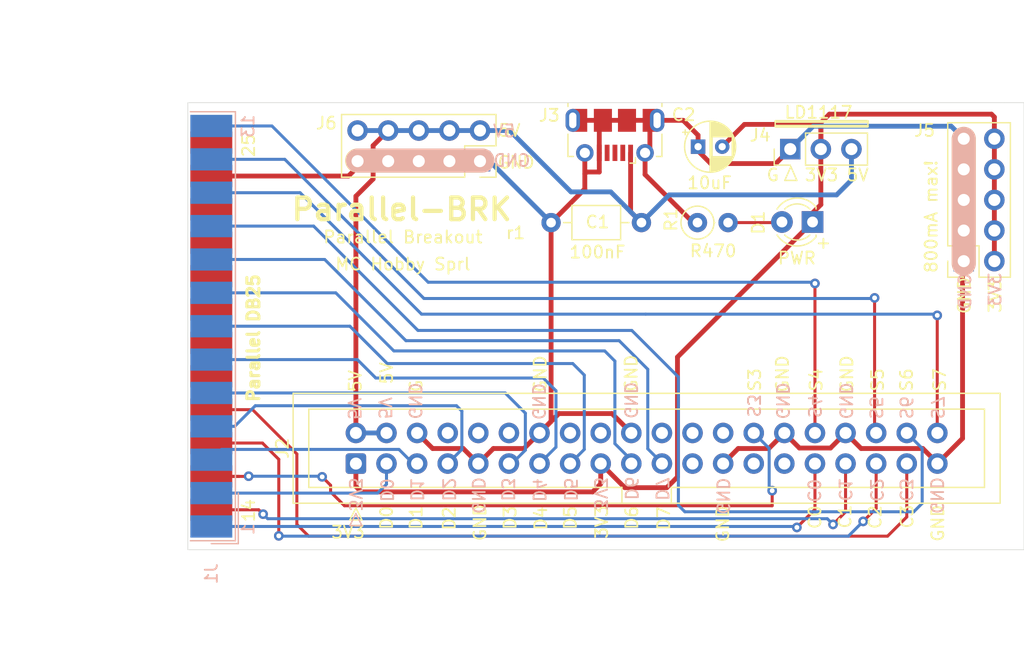
<source format=kicad_pcb>
(kicad_pcb (version 20171130) (host pcbnew 5.1.12-84ad8e8a86~92~ubuntu18.04.1)

  (general
    (thickness 1.6)
    (drawings 106)
    (tracks 240)
    (zones 0)
    (modules 10)
    (nets 36)
  )

  (page A4)
  (layers
    (0 F.Cu signal)
    (31 B.Cu signal)
    (32 B.Adhes user)
    (33 F.Adhes user)
    (34 B.Paste user)
    (35 F.Paste user)
    (36 B.SilkS user)
    (37 F.SilkS user)
    (38 B.Mask user)
    (39 F.Mask user)
    (40 Dwgs.User user)
    (41 Cmts.User user)
    (42 Eco1.User user)
    (43 Eco2.User user)
    (44 Edge.Cuts user)
    (45 Margin user)
    (46 B.CrtYd user)
    (47 F.CrtYd user)
    (48 B.Fab user)
    (49 F.Fab user)
  )

  (setup
    (last_trace_width 0.25)
    (trace_clearance 0.2)
    (zone_clearance 0.508)
    (zone_45_only no)
    (trace_min 0.2)
    (via_size 0.8)
    (via_drill 0.4)
    (via_min_size 0.4)
    (via_min_drill 0.3)
    (uvia_size 0.3)
    (uvia_drill 0.1)
    (uvias_allowed no)
    (uvia_min_size 0.2)
    (uvia_min_drill 0.1)
    (edge_width 0.05)
    (segment_width 0.2)
    (pcb_text_width 0.3)
    (pcb_text_size 1.5 1.5)
    (mod_edge_width 0.12)
    (mod_text_size 1 1)
    (mod_text_width 0.15)
    (pad_size 1.524 1.524)
    (pad_drill 0.762)
    (pad_to_mask_clearance 0)
    (aux_axis_origin 0 0)
    (visible_elements FFFFFF7F)
    (pcbplotparams
      (layerselection 0x010fc_ffffffff)
      (usegerberextensions false)
      (usegerberattributes true)
      (usegerberadvancedattributes true)
      (creategerberjobfile true)
      (excludeedgelayer true)
      (linewidth 0.100000)
      (plotframeref false)
      (viasonmask false)
      (mode 1)
      (useauxorigin false)
      (hpglpennumber 1)
      (hpglpenspeed 20)
      (hpglpendiameter 15.000000)
      (psnegative false)
      (psa4output false)
      (plotreference true)
      (plotvalue true)
      (plotinvisibletext false)
      (padsonsilk false)
      (subtractmaskfromsilk false)
      (outputformat 1)
      (mirror false)
      (drillshape 0)
      (scaleselection 1)
      (outputdirectory "Parallel-brk-00/"))
  )

  (net 0 "")
  (net 1 +5V)
  (net 2 GND)
  (net 3 +3V3)
  (net 4 "Net-(D1-Pad2)")
  (net 5 /c3)
  (net 6 /c2)
  (net 7 /s3)
  (net 8 /c1)
  (net 9 /s4)
  (net 10 /s5)
  (net 11 /s7)
  (net 12 /s6)
  (net 13 /d7)
  (net 14 /d6)
  (net 15 /d5)
  (net 16 /d4)
  (net 17 /d1)
  (net 18 /d0)
  (net 19 /c0)
  (net 20 "Net-(J2-Pad26)")
  (net 21 "Net-(J2-Pad24)")
  (net 22 "Net-(J2-Pad22)")
  (net 23 "Net-(J2-Pad18)")
  (net 24 "Net-(J2-Pad16)")
  (net 25 "Net-(J2-Pad12)")
  (net 26 "Net-(J2-Pad10)")
  (net 27 "Net-(J2-Pad8)")
  (net 28 "Net-(J2-Pad29)")
  (net 29 "Net-(J2-Pad27)")
  (net 30 "Net-(J2-Pad23)")
  (net 31 /d3)
  (net 32 /d2)
  (net 33 "Net-(J3-Pad3)")
  (net 34 "Net-(J3-Pad4)")
  (net 35 "Net-(J3-Pad2)")

  (net_class Default "This is the default net class."
    (clearance 0.2)
    (trace_width 0.25)
    (via_dia 0.8)
    (via_drill 0.4)
    (uvia_dia 0.3)
    (uvia_drill 0.1)
    (add_net /c0)
    (add_net /c1)
    (add_net /c2)
    (add_net /c3)
    (add_net /d0)
    (add_net /d1)
    (add_net /d2)
    (add_net /d3)
    (add_net /d4)
    (add_net /d5)
    (add_net /d6)
    (add_net /d7)
    (add_net /s3)
    (add_net /s4)
    (add_net /s5)
    (add_net /s6)
    (add_net /s7)
    (add_net "Net-(D1-Pad2)")
    (add_net "Net-(J2-Pad10)")
    (add_net "Net-(J2-Pad12)")
    (add_net "Net-(J2-Pad16)")
    (add_net "Net-(J2-Pad18)")
    (add_net "Net-(J2-Pad22)")
    (add_net "Net-(J2-Pad23)")
    (add_net "Net-(J2-Pad24)")
    (add_net "Net-(J2-Pad26)")
    (add_net "Net-(J2-Pad27)")
    (add_net "Net-(J2-Pad29)")
    (add_net "Net-(J2-Pad8)")
    (add_net "Net-(J3-Pad2)")
    (add_net "Net-(J3-Pad3)")
    (add_net "Net-(J3-Pad4)")
  )

  (net_class PWR ""
    (clearance 0.2)
    (trace_width 0.4)
    (via_dia 0.8)
    (via_drill 0.4)
    (uvia_dia 0.3)
    (uvia_drill 0.1)
    (add_net +3V3)
    (add_net +5V)
    (add_net GND)
  )

  (module Connector_Dsub:DSUB-25_Male_EdgeMount_P2.77mm (layer B.Cu) (tedit 59FEDEE2) (tstamp 62B8F70F)
    (at 100.55 62.25 90)
    (descr "25-pin D-Sub connector, solder-cups edge-mounted, male, x-pin-pitch 2.77mm, distance of mounting holes 47.1mm, see https://disti-assets.s3.amazonaws.com/tonar/files/datasheets/16730.pdf")
    (tags "25-pin D-Sub connector edge mount solder cup male x-pin-pitch 2.77mm mounting holes distance 47.1mm")
    (path /62BA3984)
    (attr smd)
    (fp_text reference J1 (at -20.543333 0 -90) (layer B.SilkS)
      (effects (font (size 1 1) (thickness 0.15)) (justify mirror))
    )
    (fp_text value Conn_DB25 (at 0 -16.69 -90) (layer B.Fab)
      (effects (font (size 1 1) (thickness 0.15)) (justify mirror))
    )
    (fp_text user "PCB edge" (at -21.55 -1.323333 -90) (layer Dwgs.User)
      (effects (font (size 0.5 0.5) (thickness 0.075)))
    )
    (fp_text user %R (at 0 -3.39 -90) (layer B.Fab)
      (effects (font (size 1 1) (thickness 0.15)) (justify mirror))
    )
    (fp_line (start -17.22 0.91) (end -17.22 -1.99) (layer B.Fab) (width 0.1))
    (fp_line (start -17.22 -1.99) (end -16.02 -1.99) (layer B.Fab) (width 0.1))
    (fp_line (start -16.02 -1.99) (end -16.02 0.91) (layer B.Fab) (width 0.1))
    (fp_line (start -16.02 0.91) (end -17.22 0.91) (layer B.Fab) (width 0.1))
    (fp_line (start -14.45 0.91) (end -14.45 -1.99) (layer B.Fab) (width 0.1))
    (fp_line (start -14.45 -1.99) (end -13.25 -1.99) (layer B.Fab) (width 0.1))
    (fp_line (start -13.25 -1.99) (end -13.25 0.91) (layer B.Fab) (width 0.1))
    (fp_line (start -13.25 0.91) (end -14.45 0.91) (layer B.Fab) (width 0.1))
    (fp_line (start -11.68 0.91) (end -11.68 -1.99) (layer B.Fab) (width 0.1))
    (fp_line (start -11.68 -1.99) (end -10.48 -1.99) (layer B.Fab) (width 0.1))
    (fp_line (start -10.48 -1.99) (end -10.48 0.91) (layer B.Fab) (width 0.1))
    (fp_line (start -10.48 0.91) (end -11.68 0.91) (layer B.Fab) (width 0.1))
    (fp_line (start -8.91 0.91) (end -8.91 -1.99) (layer B.Fab) (width 0.1))
    (fp_line (start -8.91 -1.99) (end -7.71 -1.99) (layer B.Fab) (width 0.1))
    (fp_line (start -7.71 -1.99) (end -7.71 0.91) (layer B.Fab) (width 0.1))
    (fp_line (start -7.71 0.91) (end -8.91 0.91) (layer B.Fab) (width 0.1))
    (fp_line (start -6.14 0.91) (end -6.14 -1.99) (layer B.Fab) (width 0.1))
    (fp_line (start -6.14 -1.99) (end -4.94 -1.99) (layer B.Fab) (width 0.1))
    (fp_line (start -4.94 -1.99) (end -4.94 0.91) (layer B.Fab) (width 0.1))
    (fp_line (start -4.94 0.91) (end -6.14 0.91) (layer B.Fab) (width 0.1))
    (fp_line (start -3.37 0.91) (end -3.37 -1.99) (layer B.Fab) (width 0.1))
    (fp_line (start -3.37 -1.99) (end -2.17 -1.99) (layer B.Fab) (width 0.1))
    (fp_line (start -2.17 -1.99) (end -2.17 0.91) (layer B.Fab) (width 0.1))
    (fp_line (start -2.17 0.91) (end -3.37 0.91) (layer B.Fab) (width 0.1))
    (fp_line (start -0.6 0.91) (end -0.6 -1.99) (layer B.Fab) (width 0.1))
    (fp_line (start -0.6 -1.99) (end 0.6 -1.99) (layer B.Fab) (width 0.1))
    (fp_line (start 0.6 -1.99) (end 0.6 0.91) (layer B.Fab) (width 0.1))
    (fp_line (start 0.6 0.91) (end -0.6 0.91) (layer B.Fab) (width 0.1))
    (fp_line (start 2.17 0.91) (end 2.17 -1.99) (layer B.Fab) (width 0.1))
    (fp_line (start 2.17 -1.99) (end 3.37 -1.99) (layer B.Fab) (width 0.1))
    (fp_line (start 3.37 -1.99) (end 3.37 0.91) (layer B.Fab) (width 0.1))
    (fp_line (start 3.37 0.91) (end 2.17 0.91) (layer B.Fab) (width 0.1))
    (fp_line (start 4.94 0.91) (end 4.94 -1.99) (layer B.Fab) (width 0.1))
    (fp_line (start 4.94 -1.99) (end 6.14 -1.99) (layer B.Fab) (width 0.1))
    (fp_line (start 6.14 -1.99) (end 6.14 0.91) (layer B.Fab) (width 0.1))
    (fp_line (start 6.14 0.91) (end 4.94 0.91) (layer B.Fab) (width 0.1))
    (fp_line (start 7.71 0.91) (end 7.71 -1.99) (layer B.Fab) (width 0.1))
    (fp_line (start 7.71 -1.99) (end 8.91 -1.99) (layer B.Fab) (width 0.1))
    (fp_line (start 8.91 -1.99) (end 8.91 0.91) (layer B.Fab) (width 0.1))
    (fp_line (start 8.91 0.91) (end 7.71 0.91) (layer B.Fab) (width 0.1))
    (fp_line (start 10.48 0.91) (end 10.48 -1.99) (layer B.Fab) (width 0.1))
    (fp_line (start 10.48 -1.99) (end 11.68 -1.99) (layer B.Fab) (width 0.1))
    (fp_line (start 11.68 -1.99) (end 11.68 0.91) (layer B.Fab) (width 0.1))
    (fp_line (start 11.68 0.91) (end 10.48 0.91) (layer B.Fab) (width 0.1))
    (fp_line (start 13.25 0.91) (end 13.25 -1.99) (layer B.Fab) (width 0.1))
    (fp_line (start 13.25 -1.99) (end 14.45 -1.99) (layer B.Fab) (width 0.1))
    (fp_line (start 14.45 -1.99) (end 14.45 0.91) (layer B.Fab) (width 0.1))
    (fp_line (start 14.45 0.91) (end 13.25 0.91) (layer B.Fab) (width 0.1))
    (fp_line (start 16.02 0.91) (end 16.02 -1.99) (layer B.Fab) (width 0.1))
    (fp_line (start 16.02 -1.99) (end 17.22 -1.99) (layer B.Fab) (width 0.1))
    (fp_line (start 17.22 -1.99) (end 17.22 0.91) (layer B.Fab) (width 0.1))
    (fp_line (start 17.22 0.91) (end 16.02 0.91) (layer B.Fab) (width 0.1))
    (fp_line (start -15.835 0.91) (end -15.835 -1.99) (layer F.Fab) (width 0.1))
    (fp_line (start -15.835 -1.99) (end -14.635 -1.99) (layer F.Fab) (width 0.1))
    (fp_line (start -14.635 -1.99) (end -14.635 0.91) (layer F.Fab) (width 0.1))
    (fp_line (start -14.635 0.91) (end -15.835 0.91) (layer F.Fab) (width 0.1))
    (fp_line (start -13.065 0.91) (end -13.065 -1.99) (layer F.Fab) (width 0.1))
    (fp_line (start -13.065 -1.99) (end -11.865 -1.99) (layer F.Fab) (width 0.1))
    (fp_line (start -11.865 -1.99) (end -11.865 0.91) (layer F.Fab) (width 0.1))
    (fp_line (start -11.865 0.91) (end -13.065 0.91) (layer F.Fab) (width 0.1))
    (fp_line (start -10.295 0.91) (end -10.295 -1.99) (layer F.Fab) (width 0.1))
    (fp_line (start -10.295 -1.99) (end -9.095 -1.99) (layer F.Fab) (width 0.1))
    (fp_line (start -9.095 -1.99) (end -9.095 0.91) (layer F.Fab) (width 0.1))
    (fp_line (start -9.095 0.91) (end -10.295 0.91) (layer F.Fab) (width 0.1))
    (fp_line (start -7.525 0.91) (end -7.525 -1.99) (layer F.Fab) (width 0.1))
    (fp_line (start -7.525 -1.99) (end -6.325 -1.99) (layer F.Fab) (width 0.1))
    (fp_line (start -6.325 -1.99) (end -6.325 0.91) (layer F.Fab) (width 0.1))
    (fp_line (start -6.325 0.91) (end -7.525 0.91) (layer F.Fab) (width 0.1))
    (fp_line (start -4.755 0.91) (end -4.755 -1.99) (layer F.Fab) (width 0.1))
    (fp_line (start -4.755 -1.99) (end -3.555 -1.99) (layer F.Fab) (width 0.1))
    (fp_line (start -3.555 -1.99) (end -3.555 0.91) (layer F.Fab) (width 0.1))
    (fp_line (start -3.555 0.91) (end -4.755 0.91) (layer F.Fab) (width 0.1))
    (fp_line (start -1.985 0.91) (end -1.985 -1.99) (layer F.Fab) (width 0.1))
    (fp_line (start -1.985 -1.99) (end -0.785 -1.99) (layer F.Fab) (width 0.1))
    (fp_line (start -0.785 -1.99) (end -0.785 0.91) (layer F.Fab) (width 0.1))
    (fp_line (start -0.785 0.91) (end -1.985 0.91) (layer F.Fab) (width 0.1))
    (fp_line (start 0.785 0.91) (end 0.785 -1.99) (layer F.Fab) (width 0.1))
    (fp_line (start 0.785 -1.99) (end 1.985 -1.99) (layer F.Fab) (width 0.1))
    (fp_line (start 1.985 -1.99) (end 1.985 0.91) (layer F.Fab) (width 0.1))
    (fp_line (start 1.985 0.91) (end 0.785 0.91) (layer F.Fab) (width 0.1))
    (fp_line (start 3.555 0.91) (end 3.555 -1.99) (layer F.Fab) (width 0.1))
    (fp_line (start 3.555 -1.99) (end 4.755 -1.99) (layer F.Fab) (width 0.1))
    (fp_line (start 4.755 -1.99) (end 4.755 0.91) (layer F.Fab) (width 0.1))
    (fp_line (start 4.755 0.91) (end 3.555 0.91) (layer F.Fab) (width 0.1))
    (fp_line (start 6.325 0.91) (end 6.325 -1.99) (layer F.Fab) (width 0.1))
    (fp_line (start 6.325 -1.99) (end 7.525 -1.99) (layer F.Fab) (width 0.1))
    (fp_line (start 7.525 -1.99) (end 7.525 0.91) (layer F.Fab) (width 0.1))
    (fp_line (start 7.525 0.91) (end 6.325 0.91) (layer F.Fab) (width 0.1))
    (fp_line (start 9.095 0.91) (end 9.095 -1.99) (layer F.Fab) (width 0.1))
    (fp_line (start 9.095 -1.99) (end 10.295 -1.99) (layer F.Fab) (width 0.1))
    (fp_line (start 10.295 -1.99) (end 10.295 0.91) (layer F.Fab) (width 0.1))
    (fp_line (start 10.295 0.91) (end 9.095 0.91) (layer F.Fab) (width 0.1))
    (fp_line (start 11.865 0.91) (end 11.865 -1.99) (layer F.Fab) (width 0.1))
    (fp_line (start 11.865 -1.99) (end 13.065 -1.99) (layer F.Fab) (width 0.1))
    (fp_line (start 13.065 -1.99) (end 13.065 0.91) (layer F.Fab) (width 0.1))
    (fp_line (start 13.065 0.91) (end 11.865 0.91) (layer F.Fab) (width 0.1))
    (fp_line (start 14.635 0.91) (end 14.635 -1.99) (layer F.Fab) (width 0.1))
    (fp_line (start 14.635 -1.99) (end 15.835 -1.99) (layer F.Fab) (width 0.1))
    (fp_line (start 15.835 -1.99) (end 15.835 0.91) (layer F.Fab) (width 0.1))
    (fp_line (start 15.835 0.91) (end 14.635 0.91) (layer F.Fab) (width 0.1))
    (fp_line (start -18.55 -1.99) (end -18.55 -4.79) (layer B.Fab) (width 0.1))
    (fp_line (start -18.55 -4.79) (end 18.55 -4.79) (layer B.Fab) (width 0.1))
    (fp_line (start 18.55 -4.79) (end 18.55 -1.99) (layer B.Fab) (width 0.1))
    (fp_line (start 18.55 -1.99) (end -18.55 -1.99) (layer B.Fab) (width 0.1))
    (fp_line (start -19.55 -4.79) (end -19.55 -9.29) (layer B.Fab) (width 0.1))
    (fp_line (start -19.55 -9.29) (end 19.55 -9.29) (layer B.Fab) (width 0.1))
    (fp_line (start 19.55 -9.29) (end 19.55 -4.79) (layer B.Fab) (width 0.1))
    (fp_line (start 19.55 -4.79) (end -19.55 -4.79) (layer B.Fab) (width 0.1))
    (fp_line (start -26.55 -9.29) (end -26.55 -9.69) (layer B.Fab) (width 0.1))
    (fp_line (start -26.55 -9.69) (end 26.55 -9.69) (layer B.Fab) (width 0.1))
    (fp_line (start 26.55 -9.69) (end 26.55 -9.29) (layer B.Fab) (width 0.1))
    (fp_line (start 26.55 -9.29) (end -26.55 -9.29) (layer B.Fab) (width 0.1))
    (fp_line (start -19.15 -9.69) (end -19.15 -15.69) (layer B.Fab) (width 0.1))
    (fp_line (start -19.15 -15.69) (end 19.15 -15.69) (layer B.Fab) (width 0.1))
    (fp_line (start 19.15 -15.69) (end 19.15 -9.69) (layer B.Fab) (width 0.1))
    (fp_line (start 19.15 -9.69) (end -19.15 -9.69) (layer B.Fab) (width 0.1))
    (fp_line (start -18.05 2.25) (end 18.05 2.25) (layer B.CrtYd) (width 0.05))
    (fp_line (start 18.05 2.25) (end 18.05 -1.5) (layer B.CrtYd) (width 0.05))
    (fp_line (start 18.05 -1.5) (end 19.05 -1.5) (layer B.CrtYd) (width 0.05))
    (fp_line (start 19.05 -1.5) (end 19.05 -4.3) (layer B.CrtYd) (width 0.05))
    (fp_line (start 19.05 -4.3) (end 20.05 -4.3) (layer B.CrtYd) (width 0.05))
    (fp_line (start 20.05 -4.3) (end 20.05 -8.8) (layer B.CrtYd) (width 0.05))
    (fp_line (start 20.05 -8.8) (end 27.05 -8.8) (layer B.CrtYd) (width 0.05))
    (fp_line (start 27.05 -8.8) (end 27.05 -10.2) (layer B.CrtYd) (width 0.05))
    (fp_line (start 27.05 -10.2) (end 19.65 -10.2) (layer B.CrtYd) (width 0.05))
    (fp_line (start 19.65 -10.2) (end 19.65 -16.2) (layer B.CrtYd) (width 0.05))
    (fp_line (start 19.65 -16.2) (end -19.65 -16.2) (layer B.CrtYd) (width 0.05))
    (fp_line (start -19.65 -16.2) (end -19.65 -10.2) (layer B.CrtYd) (width 0.05))
    (fp_line (start -19.65 -10.2) (end -27.05 -10.2) (layer B.CrtYd) (width 0.05))
    (fp_line (start -27.05 -10.2) (end -27.05 -8.8) (layer B.CrtYd) (width 0.05))
    (fp_line (start -27.05 -8.8) (end -20.05 -8.8) (layer B.CrtYd) (width 0.05))
    (fp_line (start -20.05 -8.8) (end -20.05 -4.3) (layer B.CrtYd) (width 0.05))
    (fp_line (start -20.05 -4.3) (end -19.05 -4.3) (layer B.CrtYd) (width 0.05))
    (fp_line (start -19.05 -4.3) (end -19.05 -1.5) (layer B.CrtYd) (width 0.05))
    (fp_line (start -19.05 -1.5) (end -18.05 -1.5) (layer B.CrtYd) (width 0.05))
    (fp_line (start -18.05 -1.5) (end -18.05 2.25) (layer B.CrtYd) (width 0.05))
    (fp_line (start 17.803333 -1.74) (end 17.803333 2) (layer B.SilkS) (width 0.12))
    (fp_line (start 17.803333 2) (end -17.803333 2) (layer B.SilkS) (width 0.12))
    (fp_line (start -17.803333 2) (end -17.803333 -1.74) (layer B.SilkS) (width 0.12))
    (fp_line (start -18.043333 0) (end -18.043333 2.24) (layer B.SilkS) (width 0.12))
    (fp_line (start -18.043333 2.24) (end -13.85 2.24) (layer B.SilkS) (width 0.12))
    (fp_line (start -26.55 -1.99) (end 26.55 -1.99) (layer Dwgs.User) (width 0.05))
    (pad 25 smd rect (at 15.235 0 90) (size 1.846667 3.48) (layers F.Cu F.Paste F.Mask)
      (net 2 GND))
    (pad 24 smd rect (at 12.465 0 90) (size 1.846667 3.48) (layers F.Cu F.Paste F.Mask)
      (net 2 GND))
    (pad 23 smd rect (at 9.695 0 90) (size 1.846667 3.48) (layers F.Cu F.Paste F.Mask)
      (net 2 GND))
    (pad 22 smd rect (at 6.925 0 90) (size 1.846667 3.48) (layers F.Cu F.Paste F.Mask)
      (net 2 GND))
    (pad 21 smd rect (at 4.155 0 90) (size 1.846667 3.48) (layers F.Cu F.Paste F.Mask)
      (net 2 GND))
    (pad 20 smd rect (at 1.385 0 90) (size 1.846667 3.48) (layers F.Cu F.Paste F.Mask)
      (net 2 GND))
    (pad 19 smd rect (at -1.385 0 90) (size 1.846667 3.48) (layers F.Cu F.Paste F.Mask)
      (net 2 GND))
    (pad 18 smd rect (at -4.155 0 90) (size 1.846667 3.48) (layers F.Cu F.Paste F.Mask)
      (net 2 GND))
    (pad 17 smd rect (at -6.925 0 90) (size 1.846667 3.48) (layers F.Cu F.Paste F.Mask)
      (net 5 /c3))
    (pad 16 smd rect (at -9.695 0 90) (size 1.846667 3.48) (layers F.Cu F.Paste F.Mask)
      (net 6 /c2))
    (pad 15 smd rect (at -12.465 0 90) (size 1.846667 3.48) (layers F.Cu F.Paste F.Mask)
      (net 7 /s3))
    (pad 14 smd rect (at -15.235 0 90) (size 1.846667 3.48) (layers F.Cu F.Paste F.Mask)
      (net 8 /c1))
    (pad 13 smd rect (at 16.62 0 90) (size 1.846667 3.48) (layers B.Cu B.Paste B.Mask)
      (net 9 /s4))
    (pad 12 smd rect (at 13.85 0 90) (size 1.846667 3.48) (layers B.Cu B.Paste B.Mask)
      (net 10 /s5))
    (pad 11 smd rect (at 11.08 0 90) (size 1.846667 3.48) (layers B.Cu B.Paste B.Mask)
      (net 11 /s7))
    (pad 10 smd rect (at 8.31 0 90) (size 1.846667 3.48) (layers B.Cu B.Paste B.Mask)
      (net 12 /s6))
    (pad 9 smd rect (at 5.54 0 90) (size 1.846667 3.48) (layers B.Cu B.Paste B.Mask)
      (net 13 /d7))
    (pad 8 smd rect (at 2.77 0 90) (size 1.846667 3.48) (layers B.Cu B.Paste B.Mask)
      (net 14 /d6))
    (pad 7 smd rect (at 0 0 90) (size 1.846667 3.48) (layers B.Cu B.Paste B.Mask)
      (net 15 /d5))
    (pad 6 smd rect (at -2.77 0 90) (size 1.846667 3.48) (layers B.Cu B.Paste B.Mask)
      (net 16 /d4))
    (pad 5 smd rect (at -5.54 0 90) (size 1.846667 3.48) (layers B.Cu B.Paste B.Mask)
      (net 31 /d3))
    (pad 4 smd rect (at -8.31 0 90) (size 1.846667 3.48) (layers B.Cu B.Paste B.Mask)
      (net 32 /d2))
    (pad 3 smd rect (at -11.08 0 90) (size 1.846667 3.48) (layers B.Cu B.Paste B.Mask)
      (net 17 /d1))
    (pad 2 smd rect (at -13.85 0 90) (size 1.846667 3.48) (layers B.Cu B.Paste B.Mask)
      (net 18 /d0))
    (pad 1 smd rect (at -16.62 0 90) (size 1.846667 3.48) (layers B.Cu B.Paste B.Mask)
      (net 19 /c0))
    (model ${KISYS3DMOD}/Connector_Dsub.3dshapes/DSUB-25_Male_EdgeMount_P2.77mm.wrl
      (at (xyz 0 0 0))
      (scale (xyz 1 1 1))
      (rotate (xyz 0 0 0))
    )
  )

  (module Connector_PinSocket_2.54mm:PinSocket_2x05_P2.54mm_Vertical (layer F.Cu) (tedit 5A19A42B) (tstamp 62B8EA3F)
    (at 122.85 48.55 270)
    (descr "Through hole straight socket strip, 2x05, 2.54mm pitch, double cols (from Kicad 4.0.7), script generated")
    (tags "Through hole socket strip THT 2x05 2.54mm double row")
    (path /62D9C286)
    (fp_text reference J6 (at -3.15 12.75) (layer F.SilkS)
      (effects (font (size 1 1) (thickness 0.15)))
    )
    (fp_text value Conn_5V (at -1.27 12.93 90) (layer F.Fab)
      (effects (font (size 1 1) (thickness 0.15)))
    )
    (fp_line (start -4.34 11.9) (end -4.34 -1.8) (layer F.CrtYd) (width 0.05))
    (fp_line (start 1.76 11.9) (end -4.34 11.9) (layer F.CrtYd) (width 0.05))
    (fp_line (start 1.76 -1.8) (end 1.76 11.9) (layer F.CrtYd) (width 0.05))
    (fp_line (start -4.34 -1.8) (end 1.76 -1.8) (layer F.CrtYd) (width 0.05))
    (fp_line (start 0 -1.33) (end 1.33 -1.33) (layer F.SilkS) (width 0.12))
    (fp_line (start 1.33 -1.33) (end 1.33 0) (layer F.SilkS) (width 0.12))
    (fp_line (start -1.27 -1.33) (end -1.27 1.27) (layer F.SilkS) (width 0.12))
    (fp_line (start -1.27 1.27) (end 1.33 1.27) (layer F.SilkS) (width 0.12))
    (fp_line (start 1.33 1.27) (end 1.33 11.49) (layer F.SilkS) (width 0.12))
    (fp_line (start -3.87 11.49) (end 1.33 11.49) (layer F.SilkS) (width 0.12))
    (fp_line (start -3.87 -1.33) (end -3.87 11.49) (layer F.SilkS) (width 0.12))
    (fp_line (start -3.87 -1.33) (end -1.27 -1.33) (layer F.SilkS) (width 0.12))
    (fp_line (start -3.81 11.43) (end -3.81 -1.27) (layer F.Fab) (width 0.1))
    (fp_line (start 1.27 11.43) (end -3.81 11.43) (layer F.Fab) (width 0.1))
    (fp_line (start 1.27 -0.27) (end 1.27 11.43) (layer F.Fab) (width 0.1))
    (fp_line (start 0.27 -1.27) (end 1.27 -0.27) (layer F.Fab) (width 0.1))
    (fp_line (start -3.81 -1.27) (end 0.27 -1.27) (layer F.Fab) (width 0.1))
    (fp_text user %R (at -1.27 5.08) (layer F.Fab)
      (effects (font (size 1 1) (thickness 0.15)))
    )
    (pad 10 thru_hole oval (at -2.54 10.16 270) (size 1.7 1.7) (drill 1) (layers *.Cu *.Mask)
      (net 1 +5V))
    (pad 9 thru_hole oval (at 0 10.16 270) (size 1.7 1.7) (drill 1) (layers *.Cu *.Mask)
      (net 2 GND))
    (pad 8 thru_hole oval (at -2.54 7.62 270) (size 1.7 1.7) (drill 1) (layers *.Cu *.Mask)
      (net 1 +5V))
    (pad 7 thru_hole oval (at 0 7.62 270) (size 1.7 1.7) (drill 1) (layers *.Cu *.Mask)
      (net 2 GND))
    (pad 6 thru_hole oval (at -2.54 5.08 270) (size 1.7 1.7) (drill 1) (layers *.Cu *.Mask)
      (net 1 +5V))
    (pad 5 thru_hole oval (at 0 5.08 270) (size 1.7 1.7) (drill 1) (layers *.Cu *.Mask)
      (net 2 GND))
    (pad 4 thru_hole oval (at -2.54 2.54 270) (size 1.7 1.7) (drill 1) (layers *.Cu *.Mask)
      (net 1 +5V))
    (pad 3 thru_hole oval (at 0 2.54 270) (size 1.7 1.7) (drill 1) (layers *.Cu *.Mask)
      (net 2 GND))
    (pad 2 thru_hole oval (at -2.54 0 270) (size 1.7 1.7) (drill 1) (layers *.Cu *.Mask)
      (net 1 +5V))
    (pad 1 thru_hole rect (at 0 0 270) (size 1.7 1.7) (drill 1) (layers *.Cu *.Mask)
      (net 2 GND))
    (model ${KISYS3DMOD}/Connector_PinSocket_2.54mm.3dshapes/PinSocket_2x05_P2.54mm_Vertical.wrl
      (at (xyz 0 0 0))
      (scale (xyz 1 1 1))
      (rotate (xyz 0 0 0))
    )
  )

  (module Connector_PinSocket_2.54mm:PinSocket_2x05_P2.54mm_Vertical (layer F.Cu) (tedit 5A19A42B) (tstamp 62B8EA1F)
    (at 163 56.85 180)
    (descr "Through hole straight socket strip, 2x05, 2.54mm pitch, double cols (from Kicad 4.0.7), script generated")
    (tags "Through hole socket strip THT 2x05 2.54mm double row")
    (path /62D99F76)
    (fp_text reference J5 (at 3.25 10.85) (layer F.SilkS)
      (effects (font (size 1 1) (thickness 0.15)))
    )
    (fp_text value Conn_5V (at -1.27 12.93) (layer F.Fab)
      (effects (font (size 1 1) (thickness 0.15)))
    )
    (fp_line (start -4.34 11.9) (end -4.34 -1.8) (layer F.CrtYd) (width 0.05))
    (fp_line (start 1.76 11.9) (end -4.34 11.9) (layer F.CrtYd) (width 0.05))
    (fp_line (start 1.76 -1.8) (end 1.76 11.9) (layer F.CrtYd) (width 0.05))
    (fp_line (start -4.34 -1.8) (end 1.76 -1.8) (layer F.CrtYd) (width 0.05))
    (fp_line (start 0 -1.33) (end 1.33 -1.33) (layer F.SilkS) (width 0.12))
    (fp_line (start 1.33 -1.33) (end 1.33 0) (layer F.SilkS) (width 0.12))
    (fp_line (start -1.27 -1.33) (end -1.27 1.27) (layer F.SilkS) (width 0.12))
    (fp_line (start -1.27 1.27) (end 1.33 1.27) (layer F.SilkS) (width 0.12))
    (fp_line (start 1.33 1.27) (end 1.33 11.49) (layer F.SilkS) (width 0.12))
    (fp_line (start -3.87 11.49) (end 1.33 11.49) (layer F.SilkS) (width 0.12))
    (fp_line (start -3.87 -1.33) (end -3.87 11.49) (layer F.SilkS) (width 0.12))
    (fp_line (start -3.87 -1.33) (end -1.27 -1.33) (layer F.SilkS) (width 0.12))
    (fp_line (start -3.81 11.43) (end -3.81 -1.27) (layer F.Fab) (width 0.1))
    (fp_line (start 1.27 11.43) (end -3.81 11.43) (layer F.Fab) (width 0.1))
    (fp_line (start 1.27 -0.27) (end 1.27 11.43) (layer F.Fab) (width 0.1))
    (fp_line (start 0.27 -1.27) (end 1.27 -0.27) (layer F.Fab) (width 0.1))
    (fp_line (start -3.81 -1.27) (end 0.27 -1.27) (layer F.Fab) (width 0.1))
    (fp_text user %R (at -1.27 5.08 90) (layer F.Fab)
      (effects (font (size 1 1) (thickness 0.15)))
    )
    (pad 10 thru_hole oval (at -2.54 10.16 180) (size 1.7 1.7) (drill 1) (layers *.Cu *.Mask)
      (net 3 +3V3))
    (pad 9 thru_hole oval (at 0 10.16 180) (size 1.7 1.7) (drill 1) (layers *.Cu *.Mask)
      (net 2 GND))
    (pad 8 thru_hole oval (at -2.54 7.62 180) (size 1.7 1.7) (drill 1) (layers *.Cu *.Mask)
      (net 3 +3V3))
    (pad 7 thru_hole oval (at 0 7.62 180) (size 1.7 1.7) (drill 1) (layers *.Cu *.Mask)
      (net 2 GND))
    (pad 6 thru_hole oval (at -2.54 5.08 180) (size 1.7 1.7) (drill 1) (layers *.Cu *.Mask)
      (net 3 +3V3))
    (pad 5 thru_hole oval (at 0 5.08 180) (size 1.7 1.7) (drill 1) (layers *.Cu *.Mask)
      (net 2 GND))
    (pad 4 thru_hole oval (at -2.54 2.54 180) (size 1.7 1.7) (drill 1) (layers *.Cu *.Mask)
      (net 3 +3V3))
    (pad 3 thru_hole oval (at 0 2.54 180) (size 1.7 1.7) (drill 1) (layers *.Cu *.Mask)
      (net 2 GND))
    (pad 2 thru_hole oval (at -2.54 0 180) (size 1.7 1.7) (drill 1) (layers *.Cu *.Mask)
      (net 3 +3V3))
    (pad 1 thru_hole rect (at 0 0 180) (size 1.7 1.7) (drill 1) (layers *.Cu *.Mask)
      (net 2 GND))
    (model ${KISYS3DMOD}/Connector_PinSocket_2.54mm.3dshapes/PinSocket_2x05_P2.54mm_Vertical.wrl
      (at (xyz 0 0 0))
      (scale (xyz 1 1 1))
      (rotate (xyz 0 0 0))
    )
  )

  (module Resistor_THT:R_Axial_DIN0207_L6.3mm_D2.5mm_P2.54mm_Vertical (layer F.Cu) (tedit 5AE5139B) (tstamp 62B8BFC1)
    (at 140.9 53.65)
    (descr "Resistor, Axial_DIN0207 series, Axial, Vertical, pin pitch=2.54mm, 0.25W = 1/4W, length*diameter=6.3*2.5mm^2, http://cdn-reichelt.de/documents/datenblatt/B400/1_4W%23YAG.pdf")
    (tags "Resistor Axial_DIN0207 series Axial Vertical pin pitch 2.54mm 0.25W = 1/4W length 6.3mm diameter 2.5mm")
    (path /62D44E64)
    (fp_text reference R1 (at -2.2 -0.25 90) (layer F.SilkS)
      (effects (font (size 1 1) (thickness 0.15)))
    )
    (fp_text value R470 (at 1.27 2.37) (layer F.Fab)
      (effects (font (size 1 1) (thickness 0.15)))
    )
    (fp_circle (center 0 0) (end 1.25 0) (layer F.Fab) (width 0.1))
    (fp_circle (center 0 0) (end 1.37 0) (layer F.SilkS) (width 0.12))
    (fp_line (start 0 0) (end 2.54 0) (layer F.Fab) (width 0.1))
    (fp_line (start 1.37 0) (end 1.44 0) (layer F.SilkS) (width 0.12))
    (fp_line (start -1.5 -1.5) (end -1.5 1.5) (layer F.CrtYd) (width 0.05))
    (fp_line (start -1.5 1.5) (end 3.59 1.5) (layer F.CrtYd) (width 0.05))
    (fp_line (start 3.59 1.5) (end 3.59 -1.5) (layer F.CrtYd) (width 0.05))
    (fp_line (start 3.59 -1.5) (end -1.5 -1.5) (layer F.CrtYd) (width 0.05))
    (fp_text user %R (at -2.15 -0.2 90) (layer F.Fab)
      (effects (font (size 1 1) (thickness 0.15)))
    )
    (pad 2 thru_hole oval (at 2.54 0) (size 1.6 1.6) (drill 0.8) (layers *.Cu *.Mask)
      (net 4 "Net-(D1-Pad2)"))
    (pad 1 thru_hole circle (at 0 0) (size 1.6 1.6) (drill 0.8) (layers *.Cu *.Mask)
      (net 2 GND))
    (model ${KISYS3DMOD}/Resistor_THT.3dshapes/R_Axial_DIN0207_L6.3mm_D2.5mm_P2.54mm_Vertical.wrl
      (at (xyz 0 0 0))
      (scale (xyz 1 1 1))
      (rotate (xyz 0 0 0))
    )
  )

  (module Connector_PinHeader_2.54mm:PinHeader_1x03_P2.54mm_Vertical (layer F.Cu) (tedit 59FED5CC) (tstamp 62B8D212)
    (at 148.6 47.55 90)
    (descr "Through hole straight pin header, 1x03, 2.54mm pitch, single row")
    (tags "Through hole pin header THT 1x03 2.54mm single row")
    (path /62CCB093)
    (fp_text reference J4 (at 1.15 -2.5 180) (layer F.SilkS)
      (effects (font (size 1 1) (thickness 0.15)))
    )
    (fp_text value LD1117 (at 2.95 2.3 180) (layer F.Fab)
      (effects (font (size 1 1) (thickness 0.15)))
    )
    (fp_line (start -0.635 -1.27) (end 1.27 -1.27) (layer F.Fab) (width 0.1))
    (fp_line (start 1.27 -1.27) (end 1.27 6.35) (layer F.Fab) (width 0.1))
    (fp_line (start 1.27 6.35) (end -1.27 6.35) (layer F.Fab) (width 0.1))
    (fp_line (start -1.27 6.35) (end -1.27 -0.635) (layer F.Fab) (width 0.1))
    (fp_line (start -1.27 -0.635) (end -0.635 -1.27) (layer F.Fab) (width 0.1))
    (fp_line (start -1.33 6.41) (end 1.33 6.41) (layer F.SilkS) (width 0.12))
    (fp_line (start -1.33 1.27) (end -1.33 6.41) (layer F.SilkS) (width 0.12))
    (fp_line (start 1.33 1.27) (end 1.33 6.41) (layer F.SilkS) (width 0.12))
    (fp_line (start -1.33 1.27) (end 1.33 1.27) (layer F.SilkS) (width 0.12))
    (fp_line (start -1.33 0) (end -1.33 -1.33) (layer F.SilkS) (width 0.12))
    (fp_line (start -1.33 -1.33) (end 0 -1.33) (layer F.SilkS) (width 0.12))
    (fp_line (start -1.8 -1.8) (end -1.8 6.85) (layer F.CrtYd) (width 0.05))
    (fp_line (start -1.8 6.85) (end 1.8 6.85) (layer F.CrtYd) (width 0.05))
    (fp_line (start 1.8 6.85) (end 1.8 -1.8) (layer F.CrtYd) (width 0.05))
    (fp_line (start 1.8 -1.8) (end -1.8 -1.8) (layer F.CrtYd) (width 0.05))
    (fp_text user %R (at 0 2.54) (layer F.Fab)
      (effects (font (size 1 1) (thickness 0.15)))
    )
    (pad 3 thru_hole oval (at 0 5.08 90) (size 1.7 1.7) (drill 1) (layers *.Cu *.Mask)
      (net 1 +5V))
    (pad 2 thru_hole oval (at 0 2.54 90) (size 1.7 1.7) (drill 1) (layers *.Cu *.Mask)
      (net 3 +3V3))
    (pad 1 thru_hole rect (at 0 0 90) (size 1.7 1.7) (drill 1) (layers *.Cu *.Mask)
      (net 2 GND))
    (model ${KISYS3DMOD}/Connector_PinHeader_2.54mm.3dshapes/PinHeader_1x03_P2.54mm_Vertical.wrl
      (at (xyz 0 0 0))
      (scale (xyz 1 1 1))
      (rotate (xyz 0 0 0))
    )
  )

  (module Connector_USB:USB_Micro-B_Molex-105017-0001 (layer F.Cu) (tedit 5A1DC0BE) (tstamp 62B8BF9B)
    (at 134.05 46.4 180)
    (descr http://www.molex.com/pdm_docs/sd/1050170001_sd.pdf)
    (tags "Micro-USB SMD Typ-B")
    (path /62B98A86)
    (attr smd)
    (fp_text reference J3 (at 5.45 1.65) (layer F.SilkS)
      (effects (font (size 1 1) (thickness 0.15)))
    )
    (fp_text value USB_B_Micro (at 0.3 4.3375) (layer F.Fab)
      (effects (font (size 1 1) (thickness 0.15)))
    )
    (fp_line (start -4.4 3.64) (end 4.4 3.64) (layer F.CrtYd) (width 0.05))
    (fp_line (start 4.4 -2.46) (end 4.4 3.64) (layer F.CrtYd) (width 0.05))
    (fp_line (start -4.4 -2.46) (end 4.4 -2.46) (layer F.CrtYd) (width 0.05))
    (fp_line (start -4.4 3.64) (end -4.4 -2.46) (layer F.CrtYd) (width 0.05))
    (fp_line (start -3.9 -1.7625) (end -3.45 -1.7625) (layer F.SilkS) (width 0.12))
    (fp_line (start -3.9 0.0875) (end -3.9 -1.7625) (layer F.SilkS) (width 0.12))
    (fp_line (start 3.9 2.6375) (end 3.9 2.3875) (layer F.SilkS) (width 0.12))
    (fp_line (start 3.75 3.3875) (end 3.75 -1.6125) (layer F.Fab) (width 0.1))
    (fp_line (start -3 2.689204) (end 3 2.689204) (layer F.Fab) (width 0.1))
    (fp_line (start -3.75 3.389204) (end 3.75 3.389204) (layer F.Fab) (width 0.1))
    (fp_line (start -3.75 -1.6125) (end 3.75 -1.6125) (layer F.Fab) (width 0.1))
    (fp_line (start -3.75 3.3875) (end -3.75 -1.6125) (layer F.Fab) (width 0.1))
    (fp_line (start -3.9 2.6375) (end -3.9 2.3875) (layer F.SilkS) (width 0.12))
    (fp_line (start 3.9 0.0875) (end 3.9 -1.7625) (layer F.SilkS) (width 0.12))
    (fp_line (start 3.9 -1.7625) (end 3.45 -1.7625) (layer F.SilkS) (width 0.12))
    (fp_line (start -1.7 -2.3125) (end -1.25 -2.3125) (layer F.SilkS) (width 0.12))
    (fp_line (start -1.7 -2.3125) (end -1.7 -1.8625) (layer F.SilkS) (width 0.12))
    (fp_line (start -1.3 -1.7125) (end -1.5 -1.9125) (layer F.Fab) (width 0.1))
    (fp_line (start -1.1 -1.9125) (end -1.3 -1.7125) (layer F.Fab) (width 0.1))
    (fp_line (start -1.5 -2.1225) (end -1.1 -2.1225) (layer F.Fab) (width 0.1))
    (fp_line (start -1.5 -2.1225) (end -1.5 -1.9125) (layer F.Fab) (width 0.1))
    (fp_line (start -1.1 -2.1225) (end -1.1 -1.9125) (layer F.Fab) (width 0.1))
    (fp_text user %R (at 0 0.8875) (layer F.Fab)
      (effects (font (size 1 1) (thickness 0.15)))
    )
    (fp_text user "PCB Edge" (at 0.3 1.85) (layer Dwgs.User)
      (effects (font (size 0.5 0.5) (thickness 0.08)))
    )
    (pad 6 smd rect (at -2.9 1.2375 180) (size 1.2 1.9) (layers F.Cu F.Mask)
      (net 2 GND))
    (pad 6 smd rect (at 2.9 1.2375 180) (size 1.2 1.9) (layers F.Cu F.Mask)
      (net 2 GND))
    (pad 6 thru_hole oval (at 3.5 1.2375 180) (size 1.2 1.9) (drill oval 0.6 1.3) (layers *.Cu *.Mask)
      (net 2 GND))
    (pad 6 thru_hole oval (at -3.5 1.2375) (size 1.2 1.9) (drill oval 0.6 1.3) (layers *.Cu *.Mask)
      (net 2 GND))
    (pad 6 smd rect (at -1 1.2375 180) (size 1.5 1.9) (layers F.Cu F.Paste F.Mask)
      (net 2 GND))
    (pad 6 thru_hole circle (at 2.5 -1.4625 180) (size 1.45 1.45) (drill 0.85) (layers *.Cu *.Mask)
      (net 2 GND))
    (pad 3 smd rect (at 0 -1.4625 180) (size 0.4 1.35) (layers F.Cu F.Paste F.Mask)
      (net 33 "Net-(J3-Pad3)"))
    (pad 4 smd rect (at 0.65 -1.4625 180) (size 0.4 1.35) (layers F.Cu F.Paste F.Mask)
      (net 34 "Net-(J3-Pad4)"))
    (pad 5 smd rect (at 1.3 -1.4625 180) (size 0.4 1.35) (layers F.Cu F.Paste F.Mask)
      (net 2 GND))
    (pad 1 smd rect (at -1.3 -1.4625 180) (size 0.4 1.35) (layers F.Cu F.Paste F.Mask)
      (net 1 +5V))
    (pad 2 smd rect (at -0.65 -1.4625 180) (size 0.4 1.35) (layers F.Cu F.Paste F.Mask)
      (net 35 "Net-(J3-Pad2)"))
    (pad 6 thru_hole circle (at -2.5 -1.4625 180) (size 1.45 1.45) (drill 0.85) (layers *.Cu *.Mask)
      (net 2 GND))
    (pad 6 smd rect (at 1 1.2375 180) (size 1.5 1.9) (layers F.Cu F.Paste F.Mask)
      (net 2 GND))
    (model ${KISYS3DMOD}/Connector_USB.3dshapes/USB_Micro-B_Molex-105017-0001.wrl
      (at (xyz 0 0 0))
      (scale (xyz 1 1 1))
      (rotate (xyz 0 0 0))
    )
  )

  (module Connector_IDC:IDC-Header_2x20_P2.54mm_Vertical (layer F.Cu) (tedit 5EAC9A07) (tstamp 62B8BF72)
    (at 112.55 73.65 90)
    (descr "Through hole IDC box header, 2x20, 2.54mm pitch, DIN 41651 / IEC 60603-13, double rows, https://docs.google.com/spreadsheets/d/16SsEcesNF15N3Lb4niX7dcUr-NY5_MFPQhobNuNppn4/edit#gid=0")
    (tags "Through hole vertical IDC box header THT 2x20 2.54mm double row")
    (path /62B7B213)
    (fp_text reference J2 (at 1.27 -6.1 90) (layer F.SilkS)
      (effects (font (size 1 1) (thickness 0.15)))
    )
    (fp_text value Conn_RASP (at 1.27 54.36 90) (layer F.Fab)
      (effects (font (size 1 1) (thickness 0.15)))
    )
    (fp_line (start -3.18 -4.1) (end -2.18 -5.1) (layer F.Fab) (width 0.1))
    (fp_line (start -2.18 -5.1) (end 5.72 -5.1) (layer F.Fab) (width 0.1))
    (fp_line (start 5.72 -5.1) (end 5.72 53.36) (layer F.Fab) (width 0.1))
    (fp_line (start 5.72 53.36) (end -3.18 53.36) (layer F.Fab) (width 0.1))
    (fp_line (start -3.18 53.36) (end -3.18 -4.1) (layer F.Fab) (width 0.1))
    (fp_line (start -3.18 22.08) (end -1.98 22.08) (layer F.Fab) (width 0.1))
    (fp_line (start -1.98 22.08) (end -1.98 -3.91) (layer F.Fab) (width 0.1))
    (fp_line (start -1.98 -3.91) (end 4.52 -3.91) (layer F.Fab) (width 0.1))
    (fp_line (start 4.52 -3.91) (end 4.52 52.17) (layer F.Fab) (width 0.1))
    (fp_line (start 4.52 52.17) (end -1.98 52.17) (layer F.Fab) (width 0.1))
    (fp_line (start -1.98 52.17) (end -1.98 26.18) (layer F.Fab) (width 0.1))
    (fp_line (start -1.98 26.18) (end -1.98 26.18) (layer F.Fab) (width 0.1))
    (fp_line (start -1.98 26.18) (end -3.18 26.18) (layer F.Fab) (width 0.1))
    (fp_line (start -3.29 -5.21) (end 5.83 -5.21) (layer F.SilkS) (width 0.12))
    (fp_line (start 5.83 -5.21) (end 5.83 53.47) (layer F.SilkS) (width 0.12))
    (fp_line (start 5.83 53.47) (end -3.29 53.47) (layer F.SilkS) (width 0.12))
    (fp_line (start -3.29 53.47) (end -3.29 -5.21) (layer F.SilkS) (width 0.12))
    (fp_line (start -3.29 22.08) (end -1.98 22.08) (layer F.SilkS) (width 0.12))
    (fp_line (start -1.98 22.08) (end -1.98 -3.91) (layer F.SilkS) (width 0.12))
    (fp_line (start -1.98 -3.91) (end 4.52 -3.91) (layer F.SilkS) (width 0.12))
    (fp_line (start 4.52 -3.91) (end 4.52 52.17) (layer F.SilkS) (width 0.12))
    (fp_line (start 4.52 52.17) (end -1.98 52.17) (layer F.SilkS) (width 0.12))
    (fp_line (start -1.98 52.17) (end -1.98 26.18) (layer F.SilkS) (width 0.12))
    (fp_line (start -1.98 26.18) (end -1.98 26.18) (layer F.SilkS) (width 0.12))
    (fp_line (start -1.98 26.18) (end -3.29 26.18) (layer F.SilkS) (width 0.12))
    (fp_line (start -3.68 0) (end -4.68 -0.5) (layer F.SilkS) (width 0.12))
    (fp_line (start -4.68 -0.5) (end -4.68 0.5) (layer F.SilkS) (width 0.12))
    (fp_line (start -4.68 0.5) (end -3.68 0) (layer F.SilkS) (width 0.12))
    (fp_line (start -3.68 -5.6) (end -3.68 53.86) (layer F.CrtYd) (width 0.05))
    (fp_line (start -3.68 53.86) (end 6.22 53.86) (layer F.CrtYd) (width 0.05))
    (fp_line (start 6.22 53.86) (end 6.22 -5.6) (layer F.CrtYd) (width 0.05))
    (fp_line (start 6.22 -5.6) (end -3.68 -5.6) (layer F.CrtYd) (width 0.05))
    (fp_text user %R (at 1.27 24.13) (layer F.Fab)
      (effects (font (size 1 1) (thickness 0.15)))
    )
    (pad 40 thru_hole circle (at 2.54 48.26 90) (size 1.7 1.7) (drill 1) (layers *.Cu *.Mask)
      (net 11 /s7))
    (pad 38 thru_hole circle (at 2.54 45.72 90) (size 1.7 1.7) (drill 1) (layers *.Cu *.Mask)
      (net 12 /s6))
    (pad 36 thru_hole circle (at 2.54 43.18 90) (size 1.7 1.7) (drill 1) (layers *.Cu *.Mask)
      (net 10 /s5))
    (pad 34 thru_hole circle (at 2.54 40.64 90) (size 1.7 1.7) (drill 1) (layers *.Cu *.Mask)
      (net 2 GND))
    (pad 32 thru_hole circle (at 2.54 38.1 90) (size 1.7 1.7) (drill 1) (layers *.Cu *.Mask)
      (net 9 /s4))
    (pad 30 thru_hole circle (at 2.54 35.56 90) (size 1.7 1.7) (drill 1) (layers *.Cu *.Mask)
      (net 2 GND))
    (pad 28 thru_hole circle (at 2.54 33.02 90) (size 1.7 1.7) (drill 1) (layers *.Cu *.Mask)
      (net 7 /s3))
    (pad 26 thru_hole circle (at 2.54 30.48 90) (size 1.7 1.7) (drill 1) (layers *.Cu *.Mask)
      (net 20 "Net-(J2-Pad26)"))
    (pad 24 thru_hole circle (at 2.54 27.94 90) (size 1.7 1.7) (drill 1) (layers *.Cu *.Mask)
      (net 21 "Net-(J2-Pad24)"))
    (pad 22 thru_hole circle (at 2.54 25.4 90) (size 1.7 1.7) (drill 1) (layers *.Cu *.Mask)
      (net 22 "Net-(J2-Pad22)"))
    (pad 20 thru_hole circle (at 2.54 22.86 90) (size 1.7 1.7) (drill 1) (layers *.Cu *.Mask)
      (net 2 GND))
    (pad 18 thru_hole circle (at 2.54 20.32 90) (size 1.7 1.7) (drill 1) (layers *.Cu *.Mask)
      (net 23 "Net-(J2-Pad18)"))
    (pad 16 thru_hole circle (at 2.54 17.78 90) (size 1.7 1.7) (drill 1) (layers *.Cu *.Mask)
      (net 24 "Net-(J2-Pad16)"))
    (pad 14 thru_hole circle (at 2.54 15.24 90) (size 1.7 1.7) (drill 1) (layers *.Cu *.Mask)
      (net 2 GND))
    (pad 12 thru_hole circle (at 2.54 12.7 90) (size 1.7 1.7) (drill 1) (layers *.Cu *.Mask)
      (net 25 "Net-(J2-Pad12)"))
    (pad 10 thru_hole circle (at 2.54 10.16 90) (size 1.7 1.7) (drill 1) (layers *.Cu *.Mask)
      (net 26 "Net-(J2-Pad10)"))
    (pad 8 thru_hole circle (at 2.54 7.62 90) (size 1.7 1.7) (drill 1) (layers *.Cu *.Mask)
      (net 27 "Net-(J2-Pad8)"))
    (pad 6 thru_hole circle (at 2.54 5.08 90) (size 1.7 1.7) (drill 1) (layers *.Cu *.Mask)
      (net 2 GND))
    (pad 4 thru_hole circle (at 2.54 2.54 90) (size 1.7 1.7) (drill 1) (layers *.Cu *.Mask)
      (net 1 +5V))
    (pad 2 thru_hole circle (at 2.54 0 90) (size 1.7 1.7) (drill 1) (layers *.Cu *.Mask)
      (net 1 +5V))
    (pad 39 thru_hole circle (at 0 48.26 90) (size 1.7 1.7) (drill 1) (layers *.Cu *.Mask)
      (net 2 GND))
    (pad 37 thru_hole circle (at 0 45.72 90) (size 1.7 1.7) (drill 1) (layers *.Cu *.Mask)
      (net 5 /c3))
    (pad 35 thru_hole circle (at 0 43.18 90) (size 1.7 1.7) (drill 1) (layers *.Cu *.Mask)
      (net 6 /c2))
    (pad 33 thru_hole circle (at 0 40.64 90) (size 1.7 1.7) (drill 1) (layers *.Cu *.Mask)
      (net 8 /c1))
    (pad 31 thru_hole circle (at 0 38.1 90) (size 1.7 1.7) (drill 1) (layers *.Cu *.Mask)
      (net 19 /c0))
    (pad 29 thru_hole circle (at 0 35.56 90) (size 1.7 1.7) (drill 1) (layers *.Cu *.Mask)
      (net 28 "Net-(J2-Pad29)"))
    (pad 27 thru_hole circle (at 0 33.02 90) (size 1.7 1.7) (drill 1) (layers *.Cu *.Mask)
      (net 29 "Net-(J2-Pad27)"))
    (pad 25 thru_hole circle (at 0 30.48 90) (size 1.7 1.7) (drill 1) (layers *.Cu *.Mask)
      (net 2 GND))
    (pad 23 thru_hole circle (at 0 27.94 90) (size 1.7 1.7) (drill 1) (layers *.Cu *.Mask)
      (net 30 "Net-(J2-Pad23)"))
    (pad 21 thru_hole circle (at 0 25.4 90) (size 1.7 1.7) (drill 1) (layers *.Cu *.Mask)
      (net 13 /d7))
    (pad 19 thru_hole circle (at 0 22.86 90) (size 1.7 1.7) (drill 1) (layers *.Cu *.Mask)
      (net 14 /d6))
    (pad 17 thru_hole circle (at 0 20.32 90) (size 1.7 1.7) (drill 1) (layers *.Cu *.Mask)
      (net 3 +3V3))
    (pad 15 thru_hole circle (at 0 17.78 90) (size 1.7 1.7) (drill 1) (layers *.Cu *.Mask)
      (net 15 /d5))
    (pad 13 thru_hole circle (at 0 15.24 90) (size 1.7 1.7) (drill 1) (layers *.Cu *.Mask)
      (net 16 /d4))
    (pad 11 thru_hole circle (at 0 12.7 90) (size 1.7 1.7) (drill 1) (layers *.Cu *.Mask)
      (net 31 /d3))
    (pad 9 thru_hole circle (at 0 10.16 90) (size 1.7 1.7) (drill 1) (layers *.Cu *.Mask)
      (net 2 GND))
    (pad 7 thru_hole circle (at 0 7.62 90) (size 1.7 1.7) (drill 1) (layers *.Cu *.Mask)
      (net 32 /d2))
    (pad 5 thru_hole circle (at 0 5.08 90) (size 1.7 1.7) (drill 1) (layers *.Cu *.Mask)
      (net 17 /d1))
    (pad 3 thru_hole circle (at 0 2.54 90) (size 1.7 1.7) (drill 1) (layers *.Cu *.Mask)
      (net 18 /d0))
    (pad 1 thru_hole roundrect (at 0 0 90) (size 1.7 1.7) (drill 1) (layers *.Cu *.Mask) (roundrect_rratio 0.1470588235294118)
      (net 3 +3V3))
    (model ${KISYS3DMOD}/Connector_IDC.3dshapes/IDC-Header_2x20_P2.54mm_Vertical.wrl
      (at (xyz 0 0 0))
      (scale (xyz 1 1 1))
      (rotate (xyz 0 0 0))
    )
  )

  (module LED_THT:LED_D3.0mm (layer F.Cu) (tedit 587A3A7B) (tstamp 62B8BE78)
    (at 150.45 53.6 180)
    (descr "LED, diameter 3.0mm, 2 pins")
    (tags "LED diameter 3.0mm 2 pins")
    (path /62D45DAF)
    (fp_text reference D1 (at 4.5 -0.05 90) (layer F.SilkS)
      (effects (font (size 1 1) (thickness 0.15)))
    )
    (fp_text value LED_PWR (at 1.2 -2.95) (layer F.Fab)
      (effects (font (size 1 1) (thickness 0.15)))
    )
    (fp_circle (center 1.27 0) (end 2.77 0) (layer F.Fab) (width 0.1))
    (fp_line (start -0.23 -1.16619) (end -0.23 1.16619) (layer F.Fab) (width 0.1))
    (fp_line (start -0.29 -1.236) (end -0.29 -1.08) (layer F.SilkS) (width 0.12))
    (fp_line (start -0.29 1.08) (end -0.29 1.236) (layer F.SilkS) (width 0.12))
    (fp_line (start -1.15 -2.25) (end -1.15 2.25) (layer F.CrtYd) (width 0.05))
    (fp_line (start -1.15 2.25) (end 3.7 2.25) (layer F.CrtYd) (width 0.05))
    (fp_line (start 3.7 2.25) (end 3.7 -2.25) (layer F.CrtYd) (width 0.05))
    (fp_line (start 3.7 -2.25) (end -1.15 -2.25) (layer F.CrtYd) (width 0.05))
    (fp_arc (start 1.27 0) (end 0.229039 1.08) (angle -87.9) (layer F.SilkS) (width 0.12))
    (fp_arc (start 1.27 0) (end 0.229039 -1.08) (angle 87.9) (layer F.SilkS) (width 0.12))
    (fp_arc (start 1.27 0) (end -0.29 1.235516) (angle -108.8) (layer F.SilkS) (width 0.12))
    (fp_arc (start 1.27 0) (end -0.29 -1.235516) (angle 108.8) (layer F.SilkS) (width 0.12))
    (fp_arc (start 1.27 0) (end -0.23 -1.16619) (angle 284.3) (layer F.Fab) (width 0.1))
    (pad 2 thru_hole circle (at 2.54 0 180) (size 1.8 1.8) (drill 0.9) (layers *.Cu *.Mask)
      (net 4 "Net-(D1-Pad2)"))
    (pad 1 thru_hole rect (at 0 0 180) (size 1.8 1.8) (drill 0.9) (layers *.Cu *.Mask)
      (net 3 +3V3))
    (model ${KISYS3DMOD}/LED_THT.3dshapes/LED_D3.0mm.wrl
      (at (xyz 0 0 0))
      (scale (xyz 1 1 1))
      (rotate (xyz 0 0 0))
    )
  )

  (module Capacitor_THT:CP_Radial_D4.0mm_P2.00mm (layer F.Cu) (tedit 5AE50EF0) (tstamp 62B8DC8F)
    (at 140.95 47.35)
    (descr "CP, Radial series, Radial, pin pitch=2.00mm, , diameter=4mm, Electrolytic Capacitor")
    (tags "CP Radial series Radial pin pitch 2.00mm  diameter 4mm Electrolytic Capacitor")
    (path /62D101FA)
    (fp_text reference C2 (at -1.2 -2.65) (layer F.SilkS)
      (effects (font (size 1 1) (thickness 0.15)))
    )
    (fp_text value 10uF (at 0.95 3) (layer F.Fab)
      (effects (font (size 1 1) (thickness 0.15)))
    )
    (fp_circle (center 1 0) (end 3 0) (layer F.Fab) (width 0.1))
    (fp_circle (center 1 0) (end 3.12 0) (layer F.SilkS) (width 0.12))
    (fp_circle (center 1 0) (end 3.25 0) (layer F.CrtYd) (width 0.05))
    (fp_line (start -0.702554 -0.8675) (end -0.302554 -0.8675) (layer F.Fab) (width 0.1))
    (fp_line (start -0.502554 -1.0675) (end -0.502554 -0.6675) (layer F.Fab) (width 0.1))
    (fp_line (start 1 -2.08) (end 1 2.08) (layer F.SilkS) (width 0.12))
    (fp_line (start 1.04 -2.08) (end 1.04 2.08) (layer F.SilkS) (width 0.12))
    (fp_line (start 1.08 -2.079) (end 1.08 2.079) (layer F.SilkS) (width 0.12))
    (fp_line (start 1.12 -2.077) (end 1.12 2.077) (layer F.SilkS) (width 0.12))
    (fp_line (start 1.16 -2.074) (end 1.16 2.074) (layer F.SilkS) (width 0.12))
    (fp_line (start 1.2 -2.071) (end 1.2 -0.84) (layer F.SilkS) (width 0.12))
    (fp_line (start 1.2 0.84) (end 1.2 2.071) (layer F.SilkS) (width 0.12))
    (fp_line (start 1.24 -2.067) (end 1.24 -0.84) (layer F.SilkS) (width 0.12))
    (fp_line (start 1.24 0.84) (end 1.24 2.067) (layer F.SilkS) (width 0.12))
    (fp_line (start 1.28 -2.062) (end 1.28 -0.84) (layer F.SilkS) (width 0.12))
    (fp_line (start 1.28 0.84) (end 1.28 2.062) (layer F.SilkS) (width 0.12))
    (fp_line (start 1.32 -2.056) (end 1.32 -0.84) (layer F.SilkS) (width 0.12))
    (fp_line (start 1.32 0.84) (end 1.32 2.056) (layer F.SilkS) (width 0.12))
    (fp_line (start 1.36 -2.05) (end 1.36 -0.84) (layer F.SilkS) (width 0.12))
    (fp_line (start 1.36 0.84) (end 1.36 2.05) (layer F.SilkS) (width 0.12))
    (fp_line (start 1.4 -2.042) (end 1.4 -0.84) (layer F.SilkS) (width 0.12))
    (fp_line (start 1.4 0.84) (end 1.4 2.042) (layer F.SilkS) (width 0.12))
    (fp_line (start 1.44 -2.034) (end 1.44 -0.84) (layer F.SilkS) (width 0.12))
    (fp_line (start 1.44 0.84) (end 1.44 2.034) (layer F.SilkS) (width 0.12))
    (fp_line (start 1.48 -2.025) (end 1.48 -0.84) (layer F.SilkS) (width 0.12))
    (fp_line (start 1.48 0.84) (end 1.48 2.025) (layer F.SilkS) (width 0.12))
    (fp_line (start 1.52 -2.016) (end 1.52 -0.84) (layer F.SilkS) (width 0.12))
    (fp_line (start 1.52 0.84) (end 1.52 2.016) (layer F.SilkS) (width 0.12))
    (fp_line (start 1.56 -2.005) (end 1.56 -0.84) (layer F.SilkS) (width 0.12))
    (fp_line (start 1.56 0.84) (end 1.56 2.005) (layer F.SilkS) (width 0.12))
    (fp_line (start 1.6 -1.994) (end 1.6 -0.84) (layer F.SilkS) (width 0.12))
    (fp_line (start 1.6 0.84) (end 1.6 1.994) (layer F.SilkS) (width 0.12))
    (fp_line (start 1.64 -1.982) (end 1.64 -0.84) (layer F.SilkS) (width 0.12))
    (fp_line (start 1.64 0.84) (end 1.64 1.982) (layer F.SilkS) (width 0.12))
    (fp_line (start 1.68 -1.968) (end 1.68 -0.84) (layer F.SilkS) (width 0.12))
    (fp_line (start 1.68 0.84) (end 1.68 1.968) (layer F.SilkS) (width 0.12))
    (fp_line (start 1.721 -1.954) (end 1.721 -0.84) (layer F.SilkS) (width 0.12))
    (fp_line (start 1.721 0.84) (end 1.721 1.954) (layer F.SilkS) (width 0.12))
    (fp_line (start 1.761 -1.94) (end 1.761 -0.84) (layer F.SilkS) (width 0.12))
    (fp_line (start 1.761 0.84) (end 1.761 1.94) (layer F.SilkS) (width 0.12))
    (fp_line (start 1.801 -1.924) (end 1.801 -0.84) (layer F.SilkS) (width 0.12))
    (fp_line (start 1.801 0.84) (end 1.801 1.924) (layer F.SilkS) (width 0.12))
    (fp_line (start 1.841 -1.907) (end 1.841 -0.84) (layer F.SilkS) (width 0.12))
    (fp_line (start 1.841 0.84) (end 1.841 1.907) (layer F.SilkS) (width 0.12))
    (fp_line (start 1.881 -1.889) (end 1.881 -0.84) (layer F.SilkS) (width 0.12))
    (fp_line (start 1.881 0.84) (end 1.881 1.889) (layer F.SilkS) (width 0.12))
    (fp_line (start 1.921 -1.87) (end 1.921 -0.84) (layer F.SilkS) (width 0.12))
    (fp_line (start 1.921 0.84) (end 1.921 1.87) (layer F.SilkS) (width 0.12))
    (fp_line (start 1.961 -1.851) (end 1.961 -0.84) (layer F.SilkS) (width 0.12))
    (fp_line (start 1.961 0.84) (end 1.961 1.851) (layer F.SilkS) (width 0.12))
    (fp_line (start 2.001 -1.83) (end 2.001 -0.84) (layer F.SilkS) (width 0.12))
    (fp_line (start 2.001 0.84) (end 2.001 1.83) (layer F.SilkS) (width 0.12))
    (fp_line (start 2.041 -1.808) (end 2.041 -0.84) (layer F.SilkS) (width 0.12))
    (fp_line (start 2.041 0.84) (end 2.041 1.808) (layer F.SilkS) (width 0.12))
    (fp_line (start 2.081 -1.785) (end 2.081 -0.84) (layer F.SilkS) (width 0.12))
    (fp_line (start 2.081 0.84) (end 2.081 1.785) (layer F.SilkS) (width 0.12))
    (fp_line (start 2.121 -1.76) (end 2.121 -0.84) (layer F.SilkS) (width 0.12))
    (fp_line (start 2.121 0.84) (end 2.121 1.76) (layer F.SilkS) (width 0.12))
    (fp_line (start 2.161 -1.735) (end 2.161 -0.84) (layer F.SilkS) (width 0.12))
    (fp_line (start 2.161 0.84) (end 2.161 1.735) (layer F.SilkS) (width 0.12))
    (fp_line (start 2.201 -1.708) (end 2.201 -0.84) (layer F.SilkS) (width 0.12))
    (fp_line (start 2.201 0.84) (end 2.201 1.708) (layer F.SilkS) (width 0.12))
    (fp_line (start 2.241 -1.68) (end 2.241 -0.84) (layer F.SilkS) (width 0.12))
    (fp_line (start 2.241 0.84) (end 2.241 1.68) (layer F.SilkS) (width 0.12))
    (fp_line (start 2.281 -1.65) (end 2.281 -0.84) (layer F.SilkS) (width 0.12))
    (fp_line (start 2.281 0.84) (end 2.281 1.65) (layer F.SilkS) (width 0.12))
    (fp_line (start 2.321 -1.619) (end 2.321 -0.84) (layer F.SilkS) (width 0.12))
    (fp_line (start 2.321 0.84) (end 2.321 1.619) (layer F.SilkS) (width 0.12))
    (fp_line (start 2.361 -1.587) (end 2.361 -0.84) (layer F.SilkS) (width 0.12))
    (fp_line (start 2.361 0.84) (end 2.361 1.587) (layer F.SilkS) (width 0.12))
    (fp_line (start 2.401 -1.552) (end 2.401 -0.84) (layer F.SilkS) (width 0.12))
    (fp_line (start 2.401 0.84) (end 2.401 1.552) (layer F.SilkS) (width 0.12))
    (fp_line (start 2.441 -1.516) (end 2.441 -0.84) (layer F.SilkS) (width 0.12))
    (fp_line (start 2.441 0.84) (end 2.441 1.516) (layer F.SilkS) (width 0.12))
    (fp_line (start 2.481 -1.478) (end 2.481 -0.84) (layer F.SilkS) (width 0.12))
    (fp_line (start 2.481 0.84) (end 2.481 1.478) (layer F.SilkS) (width 0.12))
    (fp_line (start 2.521 -1.438) (end 2.521 -0.84) (layer F.SilkS) (width 0.12))
    (fp_line (start 2.521 0.84) (end 2.521 1.438) (layer F.SilkS) (width 0.12))
    (fp_line (start 2.561 -1.396) (end 2.561 -0.84) (layer F.SilkS) (width 0.12))
    (fp_line (start 2.561 0.84) (end 2.561 1.396) (layer F.SilkS) (width 0.12))
    (fp_line (start 2.601 -1.351) (end 2.601 -0.84) (layer F.SilkS) (width 0.12))
    (fp_line (start 2.601 0.84) (end 2.601 1.351) (layer F.SilkS) (width 0.12))
    (fp_line (start 2.641 -1.304) (end 2.641 -0.84) (layer F.SilkS) (width 0.12))
    (fp_line (start 2.641 0.84) (end 2.641 1.304) (layer F.SilkS) (width 0.12))
    (fp_line (start 2.681 -1.254) (end 2.681 -0.84) (layer F.SilkS) (width 0.12))
    (fp_line (start 2.681 0.84) (end 2.681 1.254) (layer F.SilkS) (width 0.12))
    (fp_line (start 2.721 -1.2) (end 2.721 -0.84) (layer F.SilkS) (width 0.12))
    (fp_line (start 2.721 0.84) (end 2.721 1.2) (layer F.SilkS) (width 0.12))
    (fp_line (start 2.761 -1.142) (end 2.761 -0.84) (layer F.SilkS) (width 0.12))
    (fp_line (start 2.761 0.84) (end 2.761 1.142) (layer F.SilkS) (width 0.12))
    (fp_line (start 2.801 -1.08) (end 2.801 -0.84) (layer F.SilkS) (width 0.12))
    (fp_line (start 2.801 0.84) (end 2.801 1.08) (layer F.SilkS) (width 0.12))
    (fp_line (start 2.841 -1.013) (end 2.841 1.013) (layer F.SilkS) (width 0.12))
    (fp_line (start 2.881 -0.94) (end 2.881 0.94) (layer F.SilkS) (width 0.12))
    (fp_line (start 2.921 -0.859) (end 2.921 0.859) (layer F.SilkS) (width 0.12))
    (fp_line (start 2.961 -0.768) (end 2.961 0.768) (layer F.SilkS) (width 0.12))
    (fp_line (start 3.001 -0.664) (end 3.001 0.664) (layer F.SilkS) (width 0.12))
    (fp_line (start 3.041 -0.537) (end 3.041 0.537) (layer F.SilkS) (width 0.12))
    (fp_line (start 3.081 -0.37) (end 3.081 0.37) (layer F.SilkS) (width 0.12))
    (fp_line (start -1.269801 -1.195) (end -0.869801 -1.195) (layer F.SilkS) (width 0.12))
    (fp_line (start -1.069801 -1.395) (end -1.069801 -0.995) (layer F.SilkS) (width 0.12))
    (fp_text user %R (at 1 0) (layer F.Fab)
      (effects (font (size 0.8 0.8) (thickness 0.12)))
    )
    (pad 2 thru_hole circle (at 2 0) (size 1.2 1.2) (drill 0.6) (layers *.Cu *.Mask)
      (net 3 +3V3))
    (pad 1 thru_hole rect (at 0 0) (size 1.2 1.2) (drill 0.6) (layers *.Cu *.Mask)
      (net 2 GND))
    (model ${KISYS3DMOD}/Capacitor_THT.3dshapes/CP_Radial_D4.0mm_P2.00mm.wrl
      (at (xyz 0 0 0))
      (scale (xyz 1 1 1))
      (rotate (xyz 0 0 0))
    )
  )

  (module Capacitor_THT:C_Axial_L3.8mm_D2.6mm_P7.50mm_Horizontal (layer F.Cu) (tedit 5AE50EF0) (tstamp 62B8BDF9)
    (at 128.75 53.65)
    (descr "C, Axial series, Axial, Horizontal, pin pitch=7.5mm, , length*diameter=3.8*2.6mm^2, http://www.vishay.com/docs/45231/arseries.pdf")
    (tags "C Axial series Axial Horizontal pin pitch 7.5mm  length 3.8mm diameter 2.6mm")
    (path /62D0F8CF)
    (fp_text reference C1 (at 3.85 -0.05) (layer F.SilkS)
      (effects (font (size 1 1) (thickness 0.15)))
    )
    (fp_text value 100nf (at 3.75 2.42) (layer F.Fab)
      (effects (font (size 1 1) (thickness 0.15)))
    )
    (fp_line (start 1.85 -1.3) (end 1.85 1.3) (layer F.Fab) (width 0.1))
    (fp_line (start 1.85 1.3) (end 5.65 1.3) (layer F.Fab) (width 0.1))
    (fp_line (start 5.65 1.3) (end 5.65 -1.3) (layer F.Fab) (width 0.1))
    (fp_line (start 5.65 -1.3) (end 1.85 -1.3) (layer F.Fab) (width 0.1))
    (fp_line (start 0 0) (end 1.85 0) (layer F.Fab) (width 0.1))
    (fp_line (start 7.5 0) (end 5.65 0) (layer F.Fab) (width 0.1))
    (fp_line (start 1.73 -1.42) (end 1.73 1.42) (layer F.SilkS) (width 0.12))
    (fp_line (start 1.73 1.42) (end 5.77 1.42) (layer F.SilkS) (width 0.12))
    (fp_line (start 5.77 1.42) (end 5.77 -1.42) (layer F.SilkS) (width 0.12))
    (fp_line (start 5.77 -1.42) (end 1.73 -1.42) (layer F.SilkS) (width 0.12))
    (fp_line (start 1.04 0) (end 1.73 0) (layer F.SilkS) (width 0.12))
    (fp_line (start 6.46 0) (end 5.77 0) (layer F.SilkS) (width 0.12))
    (fp_line (start -1.05 -1.55) (end -1.05 1.55) (layer F.CrtYd) (width 0.05))
    (fp_line (start -1.05 1.55) (end 8.55 1.55) (layer F.CrtYd) (width 0.05))
    (fp_line (start 8.55 1.55) (end 8.55 -1.55) (layer F.CrtYd) (width 0.05))
    (fp_line (start 8.55 -1.55) (end -1.05 -1.55) (layer F.CrtYd) (width 0.05))
    (fp_text user %R (at 3.75 0) (layer F.Fab)
      (effects (font (size 0.76 0.76) (thickness 0.114)))
    )
    (pad 2 thru_hole oval (at 7.5 0) (size 1.6 1.6) (drill 0.8) (layers *.Cu *.Mask)
      (net 1 +5V))
    (pad 1 thru_hole circle (at 0 0) (size 1.6 1.6) (drill 0.8) (layers *.Cu *.Mask)
      (net 2 GND))
    (model ${KISYS3DMOD}/Capacitor_THT.3dshapes/C_Axial_L3.8mm_D2.6mm_P7.50mm_Horizontal.wrl
      (at (xyz 0 0 0))
      (scale (xyz 1 1 1))
      (rotate (xyz 0 0 0))
    )
  )

  (gr_text r1 (at 125.8 54.5) (layer F.SilkS)
    (effects (font (size 1 1) (thickness 0.15)))
  )
  (gr_text Parallel-BRK (at 116.35 52.55) (layer F.SilkS)
    (effects (font (size 1.8 1.8) (thickness 0.35)))
  )
  (gr_text "Parallel Breakout\n" (at 116.45 54.85) (layer F.SilkS)
    (effects (font (size 1 1) (thickness 0.15)))
  )
  (gr_text "MC Hobby Sprl" (at 116.45 57.1) (layer F.SilkS)
    (effects (font (size 1 1) (thickness 0.15)))
  )
  (gr_text "Parallel DB25 " (at 104.05 62.85 90) (layer F.SilkS)
    (effects (font (size 1 1) (thickness 0.25)))
  )
  (gr_text 25 (at 103.65 47.25 90) (layer F.SilkS)
    (effects (font (size 1 1) (thickness 0.15)))
  )
  (gr_text 14 (at 103.65 77.55 90) (layer F.SilkS)
    (effects (font (size 1 1) (thickness 0.15)))
  )
  (gr_text 13 (at 103.6 45.65 90) (layer B.SilkS)
    (effects (font (size 1 1) (thickness 0.15)) (justify mirror))
  )
  (gr_text 1 (at 103.6 79.1 90) (layer B.SilkS)
    (effects (font (size 1 1) (thickness 0.15)) (justify mirror))
  )
  (gr_line (start 163 46.7) (end 163 57.05) (layer B.SilkS) (width 2) (tstamp 62B8F252))
  (gr_text 3V3 (at 165.6 59.2 90) (layer B.SilkS) (tstamp 62B8F22F)
    (effects (font (size 1 1) (thickness 0.15)) (justify mirror))
  )
  (gr_text GND (at 163.1 59.35 90) (layer B.SilkS) (tstamp 62B8F226)
    (effects (font (size 1 1) (thickness 0.15)) (justify mirror))
  )
  (gr_line (start 112.7 48.5) (end 123.05 48.5) (layer B.SilkS) (width 2) (tstamp 62B8F222))
  (gr_text GND (at 125.5 48.5) (layer B.SilkS) (tstamp 62B8F1FC)
    (effects (font (size 1 1) (thickness 0.15)) (justify mirror))
  )
  (gr_text 5V (at 124.85 46.05) (layer B.SilkS) (tstamp 62B8F1F4)
    (effects (font (size 1 1) (thickness 0.15)) (justify mirror))
  )
  (gr_text 5V (at 125.3 46) (layer F.SilkS)
    (effects (font (size 1 1) (thickness 0.15)))
  )
  (gr_text GND (at 125.85 48.65) (layer F.SilkS)
    (effects (font (size 1 1) (thickness 0.15)))
  )
  (gr_line (start 112.65 48.5) (end 123 48.5) (layer F.SilkS) (width 2) (tstamp 62B8F170))
  (gr_line (start 163 46.7) (end 163 57.05) (layer F.SilkS) (width 2))
  (gr_text "800mA max!" (at 160.3 53.15 90) (layer F.SilkS)
    (effects (font (size 1 1) (thickness 0.15)))
  )
  (gr_text 3V3 (at 165.6 59.75 90) (layer F.SilkS)
    (effects (font (size 1 1) (thickness 0.15)))
  )
  (gr_text GND (at 163.05 59.7 90) (layer F.SilkS)
    (effects (font (size 1 1) (thickness 0.15)))
  )
  (gr_text S7 (at 160.8 69 270) (layer B.SilkS)
    (effects (font (size 1 1) (thickness 0.15)) (justify mirror))
  )
  (gr_text S6 (at 158.2 69 270) (layer B.SilkS)
    (effects (font (size 1 1) (thickness 0.15)) (justify mirror))
  )
  (gr_text S5 (at 155.7 69 270) (layer B.SilkS)
    (effects (font (size 1 1) (thickness 0.15)) (justify mirror))
  )
  (gr_text GND (at 153.2 68.45 270) (layer B.SilkS) (tstamp 62B8E164)
    (effects (font (size 1 1) (thickness 0.15)) (justify mirror))
  )
  (gr_text S4 (at 150.6 68.9 270) (layer B.SilkS)
    (effects (font (size 1 1) (thickness 0.15)) (justify mirror))
  )
  (gr_text S3 (at 145.55 68.85 270) (layer B.SilkS)
    (effects (font (size 1 1) (thickness 0.15)) (justify mirror))
  )
  (gr_line (start 113.05 78.8) (end 112.55 77.8) (layer B.SilkS) (width 0.12) (tstamp 62B8E160))
  (gr_line (start 112.95 78.8) (end 113.05 78.8) (layer B.SilkS) (width 0.12))
  (gr_line (start 112.9 78.8) (end 112.95 78.8) (layer B.SilkS) (width 0.12))
  (gr_line (start 112.05 78.8) (end 112.9 78.8) (layer B.SilkS) (width 0.12))
  (gr_line (start 112.55 77.8) (end 112.05 78.8) (layer B.SilkS) (width 0.12))
  (gr_text 3V3 (at 112.5 76.2 270) (layer B.SilkS)
    (effects (font (size 1 1) (thickness 0.15)) (justify mirror))
  )
  (gr_text D0 (at 115.1 75.85 270) (layer B.SilkS)
    (effects (font (size 1 1) (thickness 0.15)) (justify mirror))
  )
  (gr_text D1 (at 117.6 75.8 270) (layer B.SilkS)
    (effects (font (size 1 1) (thickness 0.15)) (justify mirror))
  )
  (gr_text D2 (at 120.25 75.8 270) (layer B.SilkS)
    (effects (font (size 1 1) (thickness 0.15)) (justify mirror))
  )
  (gr_text D3 (at 125.15 75.8 270) (layer B.SilkS)
    (effects (font (size 1 1) (thickness 0.15)) (justify mirror))
  )
  (gr_text D4 (at 127.75 75.85 270) (layer B.SilkS)
    (effects (font (size 1 1) (thickness 0.15)) (justify mirror))
  )
  (gr_text D5 (at 130.35 75.8 270) (layer B.SilkS)
    (effects (font (size 1 1) (thickness 0.15)) (justify mirror))
  )
  (gr_text 3V3 (at 132.85 76.15 270) (layer B.SilkS)
    (effects (font (size 1 1) (thickness 0.15)) (justify mirror))
  )
  (gr_text D6 (at 135.4 75.7 270) (layer B.SilkS)
    (effects (font (size 1 1) (thickness 0.15)) (justify mirror))
  )
  (gr_text D7 (at 137.95 75.75 270) (layer B.SilkS)
    (effects (font (size 1 1) (thickness 0.15)) (justify mirror))
  )
  (gr_text C3 (at 158.2 75.85 270) (layer B.SilkS)
    (effects (font (size 1 1) (thickness 0.15)) (justify mirror))
  )
  (gr_text C2 (at 155.75 75.85 270) (layer B.SilkS)
    (effects (font (size 1 1) (thickness 0.15)) (justify mirror))
  )
  (gr_text C1 (at 153.15 75.8 270) (layer B.SilkS)
    (effects (font (size 1 1) (thickness 0.15)) (justify mirror))
  )
  (gr_text C0 (at 150.55 75.9 270) (layer B.SilkS)
    (effects (font (size 1 1) (thickness 0.15)) (justify mirror))
  )
  (gr_text GND (at 160.75 76.3 270) (layer B.SilkS) (tstamp 62B8DFBC)
    (effects (font (size 1 1) (thickness 0.15)) (justify mirror))
  )
  (gr_text GND (at 147.95 68.45 270) (layer B.SilkS) (tstamp 62B8DFBA)
    (effects (font (size 1 1) (thickness 0.15)) (justify mirror))
  )
  (gr_text GND (at 143 76.35 270) (layer B.SilkS) (tstamp 62B8DFB8)
    (effects (font (size 1 1) (thickness 0.15)) (justify mirror))
  )
  (gr_text GND (at 122.7 76.3 270) (layer B.SilkS) (tstamp 62B8DFB6)
    (effects (font (size 1 1) (thickness 0.15)) (justify mirror))
  )
  (gr_text GND (at 135.35 68.4 270) (layer B.SilkS) (tstamp 62B8DFB4)
    (effects (font (size 1 1) (thickness 0.15)) (justify mirror))
  )
  (gr_text GND (at 127.7 68.5 270) (layer B.SilkS) (tstamp 62B8DFB0)
    (effects (font (size 1 1) (thickness 0.15)) (justify mirror))
  )
  (gr_text 5V (at 112.4 69.1 270) (layer B.SilkS) (tstamp 62B8DFAD)
    (effects (font (size 1 1) (thickness 0.15)) (justify mirror))
  )
  (gr_text 5V (at 114.95 69.05 270) (layer B.SilkS)
    (effects (font (size 1 1) (thickness 0.15)) (justify mirror))
  )
  (gr_text LD1117 (at 150.95 44.5) (layer F.SilkS)
    (effects (font (size 1 1) (thickness 0.15)))
  )
  (gr_text 10uF (at 141.9 50.35) (layer F.SilkS)
    (effects (font (size 1 1) (thickness 0.15)))
  )
  (gr_text GND (at 117.45 68.45 270) (layer B.SilkS)
    (effects (font (size 1 1) (thickness 0.15)) (justify mirror))
  )
  (gr_text 3V3 (at 111.9 79.35) (layer F.SilkS)
    (effects (font (size 1 1) (thickness 0.15)))
  )
  (gr_text D0 (at 115.1 78.15 90) (layer F.SilkS)
    (effects (font (size 1 1) (thickness 0.15)))
  )
  (gr_text D1 (at 117.55 78.15 90) (layer F.SilkS)
    (effects (font (size 1 1) (thickness 0.15)))
  )
  (gr_text D2 (at 120.3 78.2 90) (layer F.SilkS)
    (effects (font (size 1 1) (thickness 0.15)))
  )
  (gr_text D3 (at 125.35 78.15 90) (layer F.SilkS)
    (effects (font (size 1 1) (thickness 0.15)))
  )
  (gr_text D4 (at 127.9 78.2 90) (layer F.SilkS)
    (effects (font (size 1 1) (thickness 0.15)))
  )
  (gr_text D5 (at 130.35 78.15 90) (layer F.SilkS)
    (effects (font (size 1 1) (thickness 0.15)))
  )
  (gr_text 3V3 (at 132.95 78.5 90) (layer F.SilkS)
    (effects (font (size 1 1) (thickness 0.15)))
  )
  (gr_text D6 (at 135.45 78.15 90) (layer F.SilkS)
    (effects (font (size 1 1) (thickness 0.15)))
  )
  (gr_text D7 (at 138.1 78.2 90) (layer F.SilkS)
    (effects (font (size 1 1) (thickness 0.15)))
  )
  (gr_text C3 (at 158.3 78.05 90) (layer F.SilkS)
    (effects (font (size 1 1) (thickness 0.15)))
  )
  (gr_text C2 (at 155.65 78.1 90) (layer F.SilkS)
    (effects (font (size 1 1) (thickness 0.15)))
  )
  (gr_text C1 (at 153.15 78.05 90) (layer F.SilkS)
    (effects (font (size 1 1) (thickness 0.15)))
  )
  (gr_text C0 (at 150.65 78.1 90) (layer F.SilkS)
    (effects (font (size 1 1) (thickness 0.15)))
  )
  (gr_text GND (at 160.85 78.6 90) (layer F.SilkS)
    (effects (font (size 1 1) (thickness 0.15)))
  )
  (gr_text GND (at 143 78.65 90) (layer F.SilkS)
    (effects (font (size 1 1) (thickness 0.15)))
  )
  (gr_text GND (at 122.85 78.55 90) (layer F.SilkS)
    (effects (font (size 1 1) (thickness 0.15)))
  )
  (gr_text GND (at 135.4 66.15 90) (layer F.SilkS)
    (effects (font (size 1 1) (thickness 0.15)))
  )
  (gr_text GND (at 127.85 66.2 90) (layer F.SilkS)
    (effects (font (size 1 1) (thickness 0.15)))
  )
  (gr_text G (at 117.55 67.2 90) (layer F.SilkS)
    (effects (font (size 1 1) (thickness 0.15)))
  )
  (gr_text 5V (at 115.1 66.15 90) (layer F.SilkS)
    (effects (font (size 1 1) (thickness 0.15)))
  )
  (gr_text 5V (at 112.5 66.8 90) (layer F.SilkS)
    (effects (font (size 1 1) (thickness 0.15)))
  )
  (gr_text S3 (at 145.65 66.7 90) (layer F.SilkS)
    (effects (font (size 1 1) (thickness 0.15)))
  )
  (gr_text GND (at 147.95 66.2 90) (layer F.SilkS)
    (effects (font (size 1 1) (thickness 0.15)))
  )
  (gr_text S4 (at 150.75 66.7 90) (layer F.SilkS)
    (effects (font (size 1 1) (thickness 0.15)))
  )
  (gr_text GND (at 153.3 66.2 90) (layer F.SilkS)
    (effects (font (size 1 1) (thickness 0.15)))
  )
  (gr_text S5 (at 155.85 66.7 90) (layer F.SilkS)
    (effects (font (size 1 1) (thickness 0.15)))
  )
  (gr_text S6 (at 158.25 66.7 90) (layer F.SilkS)
    (effects (font (size 1 1) (thickness 0.15)))
  )
  (gr_text S7 (at 161 66.7 90) (layer F.SilkS)
    (effects (font (size 1 1) (thickness 0.15)))
  )
  (gr_line (start 98.6 43.7) (end 98.6 80.8) (layer Edge.Cuts) (width 0.05) (tstamp 62B8D64A))
  (gr_line (start 168 80.8) (end 98.6 80.8) (layer Edge.Cuts) (width 0.05))
  (gr_line (start 168 43.7) (end 168 80.8) (layer Edge.Cuts) (width 0.05))
  (gr_line (start 166.35 43.7) (end 168 43.7) (layer Edge.Cuts) (width 0.05))
  (gr_line (start 98.6 43.7) (end 166.35 43.7) (layer Edge.Cuts) (width 0.05))
  (gr_text 100nF (at 132.6 56.1) (layer F.SilkS)
    (effects (font (size 1 1) (thickness 0.15)))
  )
  (gr_text PWR (at 149.15 56.6) (layer F.SilkS)
    (effects (font (size 1 1) (thickness 0.15)))
  )
  (gr_text + (at 151.35 55.3) (layer F.SilkS)
    (effects (font (size 1 1) (thickness 0.15)))
  )
  (gr_text R470 (at 142.2 56) (layer F.SilkS)
    (effects (font (size 1 1) (thickness 0.15)))
  )
  (gr_text 5V (at 154.2 49.7) (layer F.SilkS)
    (effects (font (size 1 1) (thickness 0.15)))
  )
  (gr_text 3V3 (at 151.2 49.7) (layer F.SilkS)
    (effects (font (size 1 1) (thickness 0.15)))
  )
  (gr_text G (at 147.15 49.7) (layer F.SilkS)
    (effects (font (size 1 1) (thickness 0.15)))
  )
  (gr_line (start 149.15 50.15) (end 148.65 49) (layer F.SilkS) (width 0.12))
  (gr_line (start 148.15 50.15) (end 149.15 50.15) (layer F.SilkS) (width 0.12))
  (gr_line (start 148.65 49) (end 148.15 50.15) (layer F.SilkS) (width 0.12))
  (gr_line (start 147.35 45.25) (end 147.35 45.65) (layer F.SilkS) (width 0.12))
  (gr_line (start 155 45.25) (end 147.4 45.25) (layer F.SilkS) (width 0.25) (tstamp 62B8DB06))
  (gr_line (start 155.05 45.2) (end 155.05 45.7) (layer F.SilkS) (width 0.12))
  (gr_line (start 147.4 45.65) (end 155 45.65) (layer F.SilkS) (width 0.25))

  (segment (start 135.35 52.75) (end 136.25 53.65) (width 0.4) (layer F.Cu) (net 1))
  (segment (start 153.68 47.55) (end 153.68 50.12) (width 0.4) (layer B.Cu) (net 1))
  (segment (start 153.68 50.12) (end 152.45 51.35) (width 0.4) (layer B.Cu) (net 1))
  (segment (start 138.55 51.35) (end 136.25 53.65) (width 0.4) (layer B.Cu) (net 1))
  (segment (start 152.45 51.35) (end 138.55 51.35) (width 0.4) (layer B.Cu) (net 1))
  (segment (start 135.35 52.75) (end 135.35 47.8625) (width 0.4) (layer F.Cu) (net 1))
  (segment (start 112.69 46.01) (end 115.23 46.01) (width 0.4) (layer B.Cu) (net 1))
  (segment (start 115.23 46.01) (end 117.77 46.01) (width 0.4) (layer B.Cu) (net 1))
  (segment (start 117.77 46.01) (end 120.31 46.01) (width 0.4) (layer B.Cu) (net 1))
  (segment (start 120.31 46.01) (end 122.85 46.01) (width 0.4) (layer B.Cu) (net 1))
  (segment (start 122.85 46.01) (end 125.31 46.01) (width 0.4) (layer B.Cu) (net 1))
  (segment (start 125.31 46.01) (end 130.4 51.1) (width 0.4) (layer B.Cu) (net 1))
  (segment (start 133.7 51.1) (end 136.25 53.65) (width 0.4) (layer B.Cu) (net 1))
  (segment (start 130.4 51.1) (end 133.7 51.1) (width 0.4) (layer B.Cu) (net 1))
  (segment (start 112.55 71.11) (end 115.09 71.11) (width 0.4) (layer B.Cu) (net 1))
  (segment (start 113.979999 47.260001) (end 113.979999 50.029999) (width 0.4) (layer F.Cu) (net 1))
  (segment (start 115.23 46.01) (end 113.979999 47.260001) (width 0.4) (layer F.Cu) (net 1))
  (segment (start 112.55 51.459998) (end 112.55 71.11) (width 0.4) (layer F.Cu) (net 1))
  (segment (start 113.979999 50.029999) (end 112.55 51.459998) (width 0.4) (layer F.Cu) (net 1))
  (segment (start 140.5375 53.65) (end 140.9 53.65) (width 0.4) (layer F.Cu) (net 2))
  (segment (start 136.55 49.6625) (end 140.5375 53.65) (width 0.4) (layer F.Cu) (net 2))
  (segment (start 140.5625 46.9625) (end 140.95 47.35) (width 0.4) (layer F.Cu) (net 2))
  (segment (start 140.95 47.35) (end 140.95 47.7) (width 0.4) (layer F.Cu) (net 2))
  (segment (start 140.95 47.7) (end 142 48.75) (width 0.4) (layer F.Cu) (net 2))
  (segment (start 147.4 48.75) (end 148.6 47.55) (width 0.4) (layer F.Cu) (net 2))
  (segment (start 142 48.75) (end 147.4 48.75) (width 0.4) (layer F.Cu) (net 2))
  (segment (start 131.15 45.1625) (end 133.05 45.1625) (width 0.4) (layer F.Cu) (net 2))
  (segment (start 133.05 45.1625) (end 135.05 45.1625) (width 0.4) (layer F.Cu) (net 2))
  (segment (start 135.05 45.1625) (end 136.95 45.1625) (width 0.4) (layer F.Cu) (net 2))
  (segment (start 136.95 47.4625) (end 136.55 47.8625) (width 0.4) (layer F.Cu) (net 2))
  (segment (start 136.95 45.1625) (end 136.95 47.4625) (width 0.4) (layer F.Cu) (net 2))
  (segment (start 136.55 49.6625) (end 136.55 47.8625) (width 0.4) (layer F.Cu) (net 2))
  (segment (start 131.55 50.85) (end 128.75 53.65) (width 0.4) (layer F.Cu) (net 2))
  (segment (start 132.75 47.8625) (end 132.75 49.45) (width 0.4) (layer F.Cu) (net 2))
  (segment (start 131.7 49.45) (end 131.55 49.6) (width 0.4) (layer F.Cu) (net 2))
  (segment (start 132.75 49.45) (end 131.7 49.45) (width 0.4) (layer F.Cu) (net 2))
  (segment (start 131.55 47.8625) (end 131.55 49.6) (width 0.4) (layer F.Cu) (net 2))
  (segment (start 131.55 49.6) (end 131.55 50.85) (width 0.4) (layer F.Cu) (net 2))
  (segment (start 132.75 45.4625) (end 133.05 45.1625) (width 0.4) (layer F.Cu) (net 2))
  (segment (start 132.75 47.8625) (end 132.75 45.4625) (width 0.4) (layer F.Cu) (net 2))
  (segment (start 136.95 45.1625) (end 139.7125 45.1625) (width 0.4) (layer F.Cu) (net 2))
  (segment (start 140.95 46.4) (end 140.95 47.35) (width 0.4) (layer F.Cu) (net 2))
  (segment (start 139.7125 45.1625) (end 140.95 46.4) (width 0.4) (layer F.Cu) (net 2))
  (segment (start 148.6 47.55) (end 150.5 45.65) (width 0.4) (layer B.Cu) (net 2))
  (segment (start 161.96 45.65) (end 163 46.69) (width 0.4) (layer B.Cu) (net 2))
  (segment (start 150.5 45.65) (end 161.96 45.65) (width 0.4) (layer B.Cu) (net 2))
  (segment (start 163 46.69) (end 163 49.23) (width 0.4) (layer B.Cu) (net 2))
  (segment (start 163 49.23) (end 163 51.77) (width 0.4) (layer B.Cu) (net 2))
  (segment (start 163 51.77) (end 163 54.31) (width 0.4) (layer B.Cu) (net 2))
  (segment (start 163 54.31) (end 163 56.85) (width 0.4) (layer B.Cu) (net 2))
  (segment (start 112.69 48.55) (end 115.23 48.55) (width 0.4) (layer B.Cu) (net 2))
  (segment (start 115.23 48.55) (end 117.77 48.55) (width 0.4) (layer B.Cu) (net 2))
  (segment (start 117.77 48.55) (end 120.31 48.55) (width 0.4) (layer B.Cu) (net 2))
  (segment (start 120.31 48.55) (end 122.85 48.55) (width 0.4) (layer B.Cu) (net 2))
  (segment (start 123.65 48.55) (end 128.75 53.65) (width 0.4) (layer B.Cu) (net 2))
  (segment (start 122.85 48.55) (end 123.65 48.55) (width 0.4) (layer B.Cu) (net 2))
  (segment (start 121.459999 72.399999) (end 122.71 73.65) (width 0.4) (layer F.Cu) (net 2))
  (segment (start 118.919999 72.399999) (end 121.459999 72.399999) (width 0.4) (layer F.Cu) (net 2))
  (segment (start 117.63 71.11) (end 118.919999 72.399999) (width 0.4) (layer F.Cu) (net 2))
  (segment (start 126.500001 72.399999) (end 127.79 71.11) (width 0.4) (layer F.Cu) (net 2))
  (segment (start 123.960001 72.399999) (end 126.500001 72.399999) (width 0.4) (layer F.Cu) (net 2))
  (segment (start 122.71 73.65) (end 123.960001 72.399999) (width 0.4) (layer F.Cu) (net 2))
  (segment (start 127.79 71.11) (end 129.4 69.5) (width 0.4) (layer F.Cu) (net 2))
  (segment (start 133.8 69.5) (end 135.41 71.11) (width 0.4) (layer F.Cu) (net 2))
  (segment (start 129.4 69.5) (end 133.8 69.5) (width 0.4) (layer F.Cu) (net 2))
  (segment (start 146.820001 72.399999) (end 148.11 71.11) (width 0.4) (layer F.Cu) (net 2))
  (segment (start 144.280001 72.399999) (end 146.820001 72.399999) (width 0.4) (layer F.Cu) (net 2))
  (segment (start 143.03 73.65) (end 144.280001 72.399999) (width 0.4) (layer F.Cu) (net 2))
  (segment (start 151.939999 72.360001) (end 153.19 71.11) (width 0.4) (layer F.Cu) (net 2))
  (segment (start 149.360001 72.360001) (end 151.939999 72.360001) (width 0.4) (layer F.Cu) (net 2))
  (segment (start 148.11 71.11) (end 149.360001 72.360001) (width 0.4) (layer F.Cu) (net 2))
  (segment (start 154.479999 72.399999) (end 159.599999 72.399999) (width 0.4) (layer F.Cu) (net 2))
  (segment (start 153.19 71.11) (end 154.479999 72.399999) (width 0.4) (layer F.Cu) (net 2))
  (segment (start 160.81 73.61) (end 160.81 73.65) (width 0.4) (layer F.Cu) (net 2))
  (segment (start 159.599999 72.399999) (end 160.81 73.61) (width 0.4) (layer F.Cu) (net 2))
  (segment (start 100.55 47.015) (end 100.55 49.785) (width 0.4) (layer F.Cu) (net 2))
  (segment (start 100.55 49.785) (end 100.55 52.555) (width 0.4) (layer F.Cu) (net 2))
  (segment (start 100.55 52.555) (end 100.55 55.325) (width 0.4) (layer F.Cu) (net 2))
  (segment (start 100.55 55.325) (end 100.55 58.095) (width 0.4) (layer F.Cu) (net 2))
  (segment (start 100.55 58.095) (end 100.55 60.865) (width 0.4) (layer F.Cu) (net 2))
  (segment (start 100.55 60.865) (end 100.55 63.635) (width 0.4) (layer F.Cu) (net 2))
  (segment (start 100.55 63.635) (end 100.55 66.405) (width 0.4) (layer F.Cu) (net 2))
  (segment (start 100.55 49.785) (end 111.935 49.785) (width 0.4) (layer F.Cu) (net 2))
  (segment (start 112.69 49.03) (end 112.69 48.55) (width 0.4) (layer F.Cu) (net 2))
  (segment (start 111.935 49.785) (end 112.69 49.03) (width 0.4) (layer F.Cu) (net 2))
  (segment (start 128.75 70.15) (end 127.79 71.11) (width 0.4) (layer F.Cu) (net 2))
  (segment (start 128.75 53.65) (end 128.75 70.15) (width 0.4) (layer F.Cu) (net 2))
  (segment (start 160.81 73.65) (end 162.9 71.56) (width 0.4) (layer F.Cu) (net 2))
  (segment (start 162.9 56.95) (end 163 56.85) (width 0.4) (layer F.Cu) (net 2))
  (segment (start 162.9 71.56) (end 162.9 56.95) (width 0.4) (layer F.Cu) (net 2))
  (segment (start 142.95 47.35) (end 144.8 45.5) (width 0.4) (layer F.Cu) (net 3))
  (segment (start 144.8 45.5) (end 150.85 45.5) (width 0.4) (layer F.Cu) (net 3))
  (segment (start 151.14 45.79) (end 151.14 47.55) (width 0.4) (layer F.Cu) (net 3))
  (segment (start 150.85 45.5) (end 151.14 45.79) (width 0.4) (layer F.Cu) (net 3))
  (segment (start 150.45 53.6) (end 150.45 52.85) (width 0.4) (layer F.Cu) (net 3))
  (segment (start 151.14 52.16) (end 151.14 47.55) (width 0.4) (layer F.Cu) (net 3))
  (segment (start 150.45 52.85) (end 151.14 52.16) (width 0.4) (layer F.Cu) (net 3))
  (segment (start 151.14 47.55) (end 151.14 45.36) (width 0.4) (layer F.Cu) (net 3))
  (segment (start 151.14 45.36) (end 151.85 44.65) (width 0.4) (layer F.Cu) (net 3))
  (segment (start 151.85 44.65) (end 165.3 44.65) (width 0.4) (layer F.Cu) (net 3))
  (segment (start 165.54 44.89) (end 165.54 46.69) (width 0.4) (layer F.Cu) (net 3))
  (segment (start 165.3 44.65) (end 165.54 44.89) (width 0.4) (layer F.Cu) (net 3))
  (segment (start 165.54 46.69) (end 165.54 49.23) (width 0.4) (layer F.Cu) (net 3))
  (segment (start 165.54 49.23) (end 165.54 51.77) (width 0.4) (layer F.Cu) (net 3))
  (segment (start 165.54 51.77) (end 165.54 54.31) (width 0.4) (layer F.Cu) (net 3))
  (segment (start 165.54 54.31) (end 165.54 56.85) (width 0.4) (layer F.Cu) (net 3))
  (segment (start 112.55 73.65) (end 112.55 75.55) (width 0.4) (layer F.Cu) (net 3))
  (segment (start 112.55 75.55) (end 113 76) (width 0.4) (layer F.Cu) (net 3))
  (segment (start 113 76) (end 132.2 76) (width 0.4) (layer F.Cu) (net 3))
  (segment (start 132.87 75.33) (end 132.87 73.65) (width 0.4) (layer F.Cu) (net 3))
  (segment (start 132.2 76) (end 132.87 75.33) (width 0.4) (layer F.Cu) (net 3))
  (segment (start 139.239999 64.810001) (end 150.45 53.6) (width 0.4) (layer F.Cu) (net 3))
  (segment (start 139.239999 74.760001) (end 139.239999 64.810001) (width 0.4) (layer F.Cu) (net 3))
  (segment (start 132.87 73.65) (end 134.87 75.65) (width 0.4) (layer F.Cu) (net 3))
  (segment (start 138.35 75.65) (end 139.239999 74.760001) (width 0.4) (layer F.Cu) (net 3))
  (segment (start 134.87 75.65) (end 138.35 75.65) (width 0.4) (layer F.Cu) (net 3))
  (segment (start 147.86 53.65) (end 147.91 53.6) (width 0.25) (layer F.Cu) (net 4))
  (segment (start 143.44 53.65) (end 147.86 53.65) (width 0.25) (layer F.Cu) (net 4))
  (segment (start 100.55 69.175) (end 103.975 69.175) (width 0.25) (layer F.Cu) (net 5))
  (segment (start 103.975 69.175) (end 107.65 72.85) (width 0.25) (layer F.Cu) (net 5))
  (segment (start 107.65 72.85) (end 107.65 78.7) (width 0.25) (layer F.Cu) (net 5))
  (segment (start 108.625001 79.675001) (end 156.674999 79.675001) (width 0.25) (layer F.Cu) (net 5))
  (segment (start 107.65 78.7) (end 108.625001 79.675001) (width 0.25) (layer F.Cu) (net 5))
  (segment (start 158.27 78.08) (end 158.27 73.65) (width 0.25) (layer F.Cu) (net 5))
  (segment (start 156.674999 79.675001) (end 158.27 78.08) (width 0.25) (layer F.Cu) (net 5))
  (segment (start 155.73 73.65) (end 155.73 77.37) (width 0.25) (layer F.Cu) (net 6))
  (via (at 154.65 78.45) (size 0.8) (drill 0.4) (layers F.Cu B.Cu) (net 6))
  (segment (start 155.73 77.37) (end 154.65 78.45) (width 0.25) (layer F.Cu) (net 6))
  (via (at 106.15 79.65) (size 0.8) (drill 0.4) (layers F.Cu B.Cu) (net 6))
  (segment (start 154.65 78.45) (end 153.424999 79.675001) (width 0.25) (layer B.Cu) (net 6))
  (segment (start 106.175001 79.675001) (end 106.15 79.65) (width 0.25) (layer B.Cu) (net 6))
  (segment (start 153.424999 79.675001) (end 106.175001 79.675001) (width 0.25) (layer B.Cu) (net 6))
  (segment (start 104.795 71.945) (end 100.55 71.945) (width 0.25) (layer F.Cu) (net 6))
  (segment (start 106.15 79.65) (end 106.15 73.3) (width 0.25) (layer F.Cu) (net 6))
  (segment (start 106.15 73.3) (end 104.795 71.945) (width 0.25) (layer F.Cu) (net 6))
  (segment (start 100.55 74.715) (end 102.865 74.715) (width 0.25) (layer F.Cu) (net 7))
  (via (at 147.1 75.9) (size 0.8) (drill 0.4) (layers F.Cu B.Cu) (net 7))
  (segment (start 147.1 75.9) (end 146.85 75.65) (width 0.25) (layer B.Cu) (net 7))
  (segment (start 146.85 72.39) (end 145.57 71.11) (width 0.25) (layer B.Cu) (net 7))
  (segment (start 146.85 75.65) (end 146.85 72.39) (width 0.25) (layer B.Cu) (net 7))
  (via (at 103.65 74.7) (size 0.8) (drill 0.4) (layers F.Cu B.Cu) (net 7))
  (segment (start 100.55 74.715) (end 103.635 74.715) (width 0.25) (layer F.Cu) (net 7))
  (segment (start 103.635 74.715) (end 103.65 74.7) (width 0.25) (layer F.Cu) (net 7))
  (via (at 109.75 74.75) (size 0.8) (drill 0.4) (layers F.Cu B.Cu) (net 7))
  (segment (start 103.65 74.7) (end 109.7 74.7) (width 0.25) (layer B.Cu) (net 7))
  (segment (start 109.7 74.7) (end 109.75 74.75) (width 0.25) (layer B.Cu) (net 7))
  (segment (start 109.75 74.75) (end 110.45 75.45) (width 0.25) (layer F.Cu) (net 7))
  (segment (start 110.45 75.45) (end 110.45 76) (width 0.25) (layer F.Cu) (net 7))
  (segment (start 111.6 77.15) (end 147.1 77.15) (width 0.25) (layer F.Cu) (net 7))
  (segment (start 110.45 76) (end 111.6 77.15) (width 0.25) (layer F.Cu) (net 7))
  (segment (start 147.1 77.15) (end 147.1 75.9) (width 0.25) (layer F.Cu) (net 7))
  (via (at 104.85 77.85) (size 0.8) (drill 0.4) (layers F.Cu B.Cu) (net 8))
  (segment (start 100.55 77.485) (end 104.485 77.485) (width 0.25) (layer F.Cu) (net 8))
  (segment (start 104.485 77.485) (end 104.85 77.85) (width 0.25) (layer F.Cu) (net 8))
  (via (at 152.15 78.7) (size 0.8) (drill 0.4) (layers F.Cu B.Cu) (net 8))
  (segment (start 151.674999 78.224999) (end 152.15 78.7) (width 0.25) (layer B.Cu) (net 8))
  (segment (start 104.85 77.85) (end 105.224999 78.224999) (width 0.25) (layer B.Cu) (net 8))
  (segment (start 105.224999 78.224999) (end 151.674999 78.224999) (width 0.25) (layer B.Cu) (net 8))
  (segment (start 153.19 77.66) (end 153.19 73.65) (width 0.25) (layer F.Cu) (net 8))
  (segment (start 152.15 78.7) (end 153.19 77.66) (width 0.25) (layer F.Cu) (net 8))
  (segment (start 100.55 45.63) (end 105.58 45.63) (width 0.25) (layer B.Cu) (net 9))
  (segment (start 105.58 45.63) (end 118.55 58.6) (width 0.25) (layer B.Cu) (net 9))
  (via (at 150.65 58.7) (size 0.8) (drill 0.4) (layers F.Cu B.Cu) (net 9))
  (segment (start 118.55 58.6) (end 150.55 58.6) (width 0.25) (layer B.Cu) (net 9))
  (segment (start 150.55 58.6) (end 150.65 58.7) (width 0.25) (layer B.Cu) (net 9))
  (segment (start 150.65 58.7) (end 150.65 71.11) (width 0.25) (layer F.Cu) (net 9))
  (segment (start 100.55 48.4) (end 106.65 48.4) (width 0.25) (layer B.Cu) (net 10))
  (segment (start 106.65 48.4) (end 118.2 59.95) (width 0.25) (layer B.Cu) (net 10))
  (via (at 155.6 59.9) (size 0.8) (drill 0.4) (layers F.Cu B.Cu) (net 10))
  (segment (start 118.2 59.95) (end 155.55 59.95) (width 0.25) (layer B.Cu) (net 10))
  (segment (start 155.55 59.95) (end 155.6 59.9) (width 0.25) (layer B.Cu) (net 10))
  (segment (start 155.6 70.98) (end 155.73 71.11) (width 0.25) (layer F.Cu) (net 10))
  (segment (start 155.6 59.9) (end 155.6 70.98) (width 0.25) (layer F.Cu) (net 10))
  (segment (start 100.55 51.17) (end 107.92 51.17) (width 0.25) (layer B.Cu) (net 11))
  (segment (start 107.92 51.17) (end 118 61.25) (width 0.25) (layer B.Cu) (net 11))
  (segment (start 118 61.25) (end 136.6 61.25) (width 0.25) (layer B.Cu) (net 11))
  (via (at 160.8 61.35) (size 0.8) (drill 0.4) (layers F.Cu B.Cu) (net 11))
  (segment (start 136.6 61.25) (end 160.7 61.25) (width 0.25) (layer B.Cu) (net 11))
  (segment (start 160.7 61.25) (end 160.8 61.35) (width 0.25) (layer B.Cu) (net 11))
  (segment (start 160.8 71.1) (end 160.81 71.11) (width 0.25) (layer F.Cu) (net 11))
  (segment (start 160.8 61.35) (end 160.8 71.1) (width 0.25) (layer F.Cu) (net 11))
  (segment (start 100.55 53.94) (end 109.04 53.94) (width 0.25) (layer B.Cu) (net 12))
  (segment (start 109.04 53.94) (end 117.7 62.6) (width 0.25) (layer B.Cu) (net 12))
  (segment (start 117.7 62.6) (end 135.45 62.6) (width 0.25) (layer B.Cu) (net 12))
  (segment (start 139.314999 66.464999) (end 139.314999 77.114999) (width 0.25) (layer B.Cu) (net 12))
  (segment (start 135.45 62.6) (end 139.314999 66.464999) (width 0.25) (layer B.Cu) (net 12))
  (segment (start 139.314999 77.114999) (end 139.85 77.65) (width 0.25) (layer B.Cu) (net 12))
  (segment (start 139.85 77.65) (end 158.85 77.65) (width 0.25) (layer B.Cu) (net 12))
  (segment (start 158.85 77.65) (end 159.55 76.95) (width 0.25) (layer B.Cu) (net 12))
  (segment (start 159.55 72.39) (end 158.27 71.11) (width 0.25) (layer B.Cu) (net 12))
  (segment (start 159.55 76.95) (end 159.55 72.39) (width 0.25) (layer B.Cu) (net 12))
  (segment (start 100.55 56.71) (end 109.96 56.71) (width 0.25) (layer B.Cu) (net 13))
  (segment (start 109.96 56.71) (end 116.7 63.45) (width 0.25) (layer B.Cu) (net 13))
  (segment (start 116.7 63.45) (end 134.4 63.45) (width 0.25) (layer B.Cu) (net 13))
  (segment (start 136.774999 65.824999) (end 136.774999 72.424999) (width 0.25) (layer B.Cu) (net 13))
  (segment (start 134.4 63.45) (end 136.774999 65.824999) (width 0.25) (layer B.Cu) (net 13))
  (segment (start 137.95 73.6) (end 137.95 73.65) (width 0.25) (layer B.Cu) (net 13))
  (segment (start 136.774999 72.424999) (end 137.95 73.6) (width 0.25) (layer B.Cu) (net 13))
  (segment (start 100.55 59.48) (end 110.88 59.48) (width 0.25) (layer B.Cu) (net 14))
  (segment (start 110.88 59.48) (end 115.7 64.3) (width 0.25) (layer B.Cu) (net 14))
  (segment (start 115.7 64.3) (end 133.2 64.3) (width 0.25) (layer B.Cu) (net 14))
  (segment (start 134.045001 65.145001) (end 134.045001 71.995001) (width 0.25) (layer B.Cu) (net 14))
  (segment (start 133.2 64.3) (end 134.045001 65.145001) (width 0.25) (layer B.Cu) (net 14))
  (segment (start 135.41 73.36) (end 135.41 73.65) (width 0.25) (layer B.Cu) (net 14))
  (segment (start 134.045001 71.995001) (end 135.41 73.36) (width 0.25) (layer B.Cu) (net 14))
  (segment (start 100.55 62.25) (end 112.05 62.25) (width 0.25) (layer B.Cu) (net 15))
  (segment (start 112.05 62.25) (end 115.15 65.35) (width 0.25) (layer B.Cu) (net 15))
  (segment (start 115.15 65.35) (end 130.55 65.35) (width 0.25) (layer B.Cu) (net 15))
  (segment (start 131.505001 72.474999) (end 130.33 73.65) (width 0.25) (layer B.Cu) (net 15))
  (segment (start 131.505001 66.305001) (end 131.505001 72.474999) (width 0.25) (layer B.Cu) (net 15))
  (segment (start 130.55 65.35) (end 131.505001 66.305001) (width 0.25) (layer B.Cu) (net 15))
  (segment (start 100.55 65.02) (end 112.67 65.02) (width 0.25) (layer B.Cu) (net 16))
  (segment (start 112.67 65.02) (end 114.2 66.55) (width 0.25) (layer B.Cu) (net 16))
  (segment (start 114.2 66.55) (end 128.1 66.55) (width 0.25) (layer B.Cu) (net 16))
  (segment (start 129.154999 72.285001) (end 127.79 73.65) (width 0.25) (layer B.Cu) (net 16))
  (segment (start 129.154999 67.604999) (end 129.154999 72.285001) (width 0.25) (layer B.Cu) (net 16))
  (segment (start 128.1 66.55) (end 129.154999 67.604999) (width 0.25) (layer B.Cu) (net 16))
  (segment (start 101.40501 72.47499) (end 116.12501 72.47499) (width 0.25) (layer B.Cu) (net 17))
  (segment (start 100.55 73.33) (end 101.40501 72.47499) (width 0.25) (layer B.Cu) (net 17))
  (segment (start 117.30002 73.65) (end 117.63 73.65) (width 0.25) (layer B.Cu) (net 17))
  (segment (start 116.12501 72.47499) (end 117.30002 73.65) (width 0.25) (layer B.Cu) (net 17))
  (segment (start 100.55 76.1) (end 114.35 76.1) (width 0.25) (layer B.Cu) (net 18))
  (segment (start 115.09 75.36) (end 115.09 73.65) (width 0.25) (layer B.Cu) (net 18))
  (segment (start 114.35 76.1) (end 115.09 75.36) (width 0.25) (layer B.Cu) (net 18))
  (via (at 149.15 78.95) (size 0.8) (drill 0.4) (layers F.Cu B.Cu) (net 19))
  (segment (start 100.55 78.87) (end 149.07 78.87) (width 0.25) (layer B.Cu) (net 19))
  (segment (start 149.07 78.87) (end 149.15 78.95) (width 0.25) (layer B.Cu) (net 19))
  (segment (start 150.65 77.45) (end 150.65 73.65) (width 0.25) (layer F.Cu) (net 19))
  (segment (start 149.15 78.95) (end 150.65 77.45) (width 0.25) (layer F.Cu) (net 19))
  (segment (start 100.55 67.79) (end 124.94 67.79) (width 0.25) (layer B.Cu) (net 31))
  (segment (start 126.614999 69.464999) (end 126.614999 72.535001) (width 0.25) (layer B.Cu) (net 31))
  (segment (start 124.94 67.79) (end 126.614999 69.464999) (width 0.25) (layer B.Cu) (net 31))
  (segment (start 125.5 73.65) (end 125.25 73.65) (width 0.25) (layer B.Cu) (net 31))
  (segment (start 126.614999 72.535001) (end 125.5 73.65) (width 0.25) (layer B.Cu) (net 31))
  (segment (start 121.345001 72.474999) (end 121.345001 69.295001) (width 0.25) (layer B.Cu) (net 32))
  (segment (start 120.17 73.65) (end 121.345001 72.474999) (width 0.25) (layer B.Cu) (net 32))
  (segment (start 121.345001 69.295001) (end 120.9 68.85) (width 0.25) (layer B.Cu) (net 32))
  (segment (start 120.9 68.85) (end 104.2 68.85) (width 0.25) (layer B.Cu) (net 32))
  (segment (start 102.49 70.56) (end 100.55 70.56) (width 0.25) (layer B.Cu) (net 32))
  (segment (start 104.2 68.85) (end 102.49 70.56) (width 0.25) (layer B.Cu) (net 32))

)

</source>
